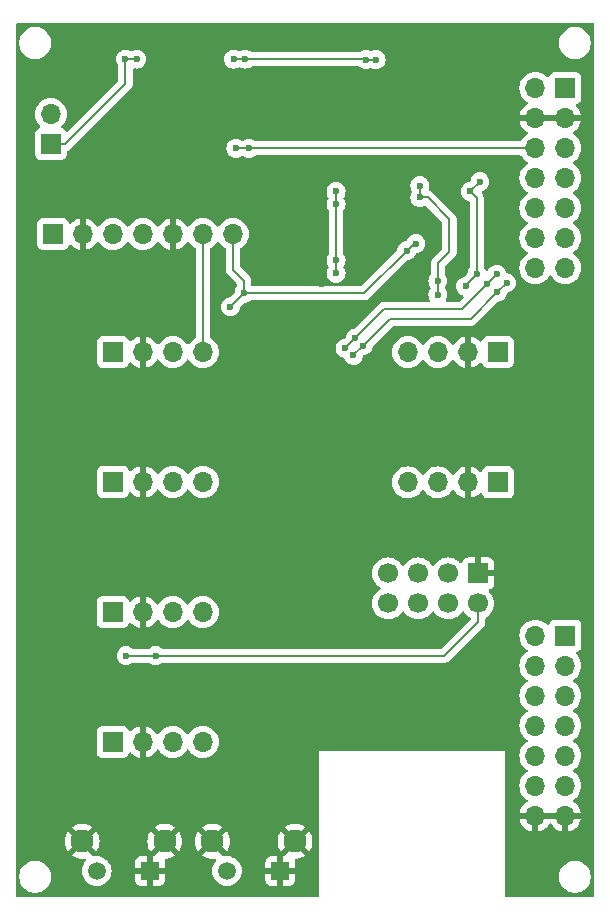
<source format=gbl>
G04 #@! TF.GenerationSoftware,KiCad,Pcbnew,8.0.8*
G04 #@! TF.CreationDate,2025-01-30T21:03:47+01:00*
G04 #@! TF.ProjectId,HAMS_hub,48414d53-5f68-4756-922e-6b696361645f,rev?*
G04 #@! TF.SameCoordinates,Original*
G04 #@! TF.FileFunction,Copper,L2,Bot*
G04 #@! TF.FilePolarity,Positive*
%FSLAX46Y46*%
G04 Gerber Fmt 4.6, Leading zero omitted, Abs format (unit mm)*
G04 Created by KiCad (PCBNEW 8.0.8) date 2025-01-30 21:03:47*
%MOMM*%
%LPD*%
G01*
G04 APERTURE LIST*
G04 #@! TA.AperFunction,ComponentPad*
%ADD10C,1.950000*%
G04 #@! TD*
G04 #@! TA.AperFunction,ComponentPad*
%ADD11C,1.500000*%
G04 #@! TD*
G04 #@! TA.AperFunction,ComponentPad*
%ADD12R,1.500000X1.500000*%
G04 #@! TD*
G04 #@! TA.AperFunction,ComponentPad*
%ADD13R,1.700000X1.700000*%
G04 #@! TD*
G04 #@! TA.AperFunction,ComponentPad*
%ADD14O,1.700000X1.700000*%
G04 #@! TD*
G04 #@! TA.AperFunction,ComponentPad*
%ADD15C,1.700000*%
G04 #@! TD*
G04 #@! TA.AperFunction,ViaPad*
%ADD16C,0.600000*%
G04 #@! TD*
G04 #@! TA.AperFunction,Conductor*
%ADD17C,0.200000*%
G04 #@! TD*
G04 APERTURE END LIST*
D10*
X100600000Y-128500000D03*
X107600000Y-128500000D03*
D11*
X101850000Y-131000000D03*
D12*
X106350000Y-131000000D03*
D13*
X130490000Y-64700000D03*
D14*
X127950000Y-64700000D03*
X130490000Y-67240000D03*
X127950000Y-67240000D03*
X130490000Y-69780000D03*
X127950000Y-69780000D03*
X130490000Y-72320000D03*
X127950000Y-72320000D03*
X130490000Y-74860000D03*
X127950000Y-74860000D03*
X130490000Y-77400000D03*
X127950000Y-77400000D03*
X130490000Y-79940000D03*
X127950000Y-79940000D03*
D10*
X89575000Y-128500000D03*
X96575000Y-128500000D03*
D11*
X90825000Y-131000000D03*
D12*
X95325000Y-131000000D03*
D13*
X124775000Y-87075000D03*
D14*
X122235000Y-87075000D03*
X119695000Y-87075000D03*
X117155000Y-87075000D03*
D13*
X86925000Y-69465000D03*
D14*
X86925000Y-66925000D03*
D13*
X130490000Y-111085000D03*
D14*
X127950000Y-111085000D03*
X130490000Y-113625000D03*
X127950000Y-113625000D03*
X130490000Y-116165000D03*
X127950000Y-116165000D03*
X130490000Y-118705000D03*
X127950000Y-118705000D03*
X130490000Y-121245000D03*
X127950000Y-121245000D03*
X130490000Y-123785000D03*
X127950000Y-123785000D03*
X130490000Y-126325000D03*
X127950000Y-126325000D03*
D13*
X123115000Y-105810000D03*
D15*
X123115000Y-108350000D03*
X120575000Y-105810000D03*
X120575000Y-108350000D03*
X118035000Y-105810000D03*
X118035000Y-108350000D03*
X115495000Y-105810000D03*
X115495000Y-108350000D03*
D13*
X92175000Y-87050000D03*
D14*
X94715000Y-87050000D03*
X97255000Y-87050000D03*
X99795000Y-87050000D03*
D13*
X92170000Y-120075000D03*
D14*
X94710000Y-120075000D03*
X97250000Y-120075000D03*
X99790000Y-120075000D03*
D13*
X124775000Y-98100000D03*
D14*
X122235000Y-98100000D03*
X119695000Y-98100000D03*
X117155000Y-98100000D03*
D13*
X87100000Y-77075000D03*
D14*
X89640000Y-77075000D03*
X92180000Y-77075000D03*
X94720000Y-77075000D03*
X97260000Y-77075000D03*
X99800000Y-77075000D03*
X102340000Y-77075000D03*
D13*
X92170000Y-109080000D03*
D14*
X94710000Y-109080000D03*
X97250000Y-109080000D03*
X99790000Y-109080000D03*
D13*
X92175000Y-98050000D03*
D14*
X94715000Y-98050000D03*
X97255000Y-98050000D03*
X99795000Y-98050000D03*
D16*
X117057500Y-78482500D03*
X118175000Y-72975000D03*
X111075000Y-73475000D03*
X124685000Y-80485000D03*
X125512500Y-81212500D03*
X119695000Y-82200000D03*
X111837500Y-86737500D03*
X112550000Y-87350000D03*
X111075000Y-80400000D03*
X102137500Y-83237500D03*
X95800000Y-112775000D03*
X102600000Y-69825000D03*
X113600000Y-62300000D03*
X102400000Y-62275000D03*
X94200000Y-62275000D03*
X123250000Y-72650000D03*
X122050000Y-81500000D03*
X125800000Y-105775000D03*
X121275000Y-68525000D03*
X117950000Y-81250000D03*
X112700000Y-85875000D03*
X123875000Y-81300000D03*
X103775000Y-101400000D03*
X121275000Y-71400000D03*
X114000000Y-63925000D03*
X89600000Y-74350000D03*
X104700000Y-64000000D03*
X86225000Y-91875000D03*
X121825000Y-75625000D03*
X131375000Y-82900000D03*
X103650000Y-114775000D03*
X122200000Y-92550000D03*
X124830000Y-78090000D03*
X94375000Y-63550000D03*
X94700000Y-99950000D03*
X126125000Y-68100000D03*
X129800000Y-105800000D03*
X92425000Y-81800000D03*
X111025000Y-110275000D03*
X121000000Y-80275000D03*
X122250000Y-89000000D03*
X126125000Y-83700000D03*
X126450000Y-131825000D03*
X101375000Y-66100000D03*
X103775000Y-93575000D03*
X125775000Y-124975000D03*
X95075000Y-60400000D03*
X94725000Y-103600000D03*
X104775000Y-79250000D03*
X109850000Y-81300000D03*
X131700000Y-104575000D03*
X124600000Y-64525000D03*
X114150000Y-90550000D03*
X122500000Y-101425000D03*
X115525000Y-118075000D03*
X108875000Y-66650000D03*
X86325000Y-97875000D03*
X86700000Y-108300000D03*
X97975000Y-82975000D03*
X114625000Y-75225000D03*
X111125000Y-118250000D03*
X86525000Y-128050000D03*
X118430000Y-76300000D03*
X108475000Y-85025000D03*
X111425000Y-83875000D03*
X126250000Y-101325000D03*
X94650000Y-114900000D03*
X95850000Y-79600000D03*
X112600000Y-73100000D03*
X101150000Y-82225000D03*
X131600000Y-108100000D03*
X122200000Y-95075000D03*
X111150000Y-114600000D03*
X106625000Y-60300000D03*
X131200000Y-93275000D03*
X127750000Y-129700000D03*
X86600000Y-86800000D03*
X111875000Y-94875000D03*
X86325000Y-102300000D03*
X86225000Y-113650000D03*
X132425000Y-125050000D03*
X109550000Y-71425000D03*
X107400000Y-81250000D03*
X103900000Y-120150000D03*
X94675000Y-92600000D03*
X111675000Y-60000000D03*
X109325000Y-79550000D03*
X95925000Y-84675000D03*
X94650000Y-94975000D03*
X108875000Y-68525000D03*
X94650000Y-106375000D03*
X119650000Y-101300000D03*
X85200000Y-74300000D03*
X101025000Y-79675000D03*
X111875000Y-101025000D03*
X89375000Y-84025000D03*
X85200000Y-79850000D03*
X118725000Y-71425000D03*
X104800000Y-68175000D03*
X104650000Y-85050000D03*
X98425000Y-79600000D03*
X131500000Y-99850000D03*
X126400000Y-61075000D03*
X102850000Y-60300000D03*
X116300000Y-73100000D03*
X93425000Y-122225000D03*
X90900000Y-60375000D03*
X124600000Y-72925000D03*
X94200000Y-73125000D03*
X99200000Y-60350000D03*
X118825000Y-66800000D03*
X94700000Y-117350000D03*
X118800000Y-68525000D03*
X104950000Y-74525000D03*
X115850000Y-81925000D03*
X100275000Y-123925000D03*
X86500000Y-120325000D03*
X107825000Y-71475000D03*
X97875000Y-64000000D03*
X86500000Y-124825000D03*
X103950000Y-88025000D03*
X125325000Y-70800000D03*
X131250000Y-87025000D03*
X116450000Y-59950000D03*
X128200000Y-92575000D03*
X103525000Y-110275000D03*
X98450000Y-74525000D03*
X94700000Y-88875000D03*
X94625000Y-111075000D03*
X103400000Y-62275000D03*
X93250000Y-62275000D03*
X122425000Y-73475000D03*
X114475000Y-62300000D03*
X123000000Y-80475000D03*
X93300000Y-112775000D03*
X124725000Y-82000000D03*
X113375000Y-86525000D03*
X117825000Y-77885000D03*
X103275000Y-82100000D03*
X103700000Y-69825000D03*
X111075000Y-74575000D03*
X111075000Y-79300000D03*
X119695000Y-81075000D03*
X118175000Y-73975000D03*
D17*
X117655000Y-77885000D02*
X117825000Y-77885000D01*
X113440000Y-82100000D02*
X103275000Y-82100000D01*
X117057500Y-78482500D02*
X113440000Y-82100000D01*
X117057500Y-78482500D02*
X117655000Y-77885000D01*
X118175000Y-72975000D02*
X118175000Y-73975000D01*
X111075000Y-73475000D02*
X111075000Y-74575000D01*
X125512500Y-81212500D02*
X124725000Y-82000000D01*
X124685000Y-80490000D02*
X123875000Y-81300000D01*
X124685000Y-80485000D02*
X124685000Y-80490000D01*
X119695000Y-81075000D02*
X119695000Y-82200000D01*
X112700000Y-85875000D02*
X111837500Y-86737500D01*
X113375000Y-86525000D02*
X112550000Y-87350000D01*
X111075000Y-79300000D02*
X111075000Y-80400000D01*
X103275000Y-82100000D02*
X102137500Y-83237500D01*
X95800000Y-112775000D02*
X120250000Y-112775000D01*
X102600000Y-69825000D02*
X103700000Y-69825000D01*
X113575000Y-62275000D02*
X113600000Y-62300000D01*
X103400000Y-62275000D02*
X113575000Y-62275000D01*
X113600000Y-62300000D02*
X114475000Y-62300000D01*
X102400000Y-62275000D02*
X103400000Y-62275000D01*
X93250000Y-62275000D02*
X94200000Y-62275000D01*
X122050000Y-81425000D02*
X123000000Y-80475000D01*
X122050000Y-81500000D02*
X122050000Y-81425000D01*
X123250000Y-72650000D02*
X122425000Y-73475000D01*
X123115000Y-109910000D02*
X123115000Y-108350000D01*
X120250000Y-112775000D02*
X123115000Y-109910000D01*
X93300000Y-112775000D02*
X95800000Y-112775000D01*
X127905000Y-69825000D02*
X127950000Y-69780000D01*
X103700000Y-69825000D02*
X127905000Y-69825000D01*
X123000000Y-80475000D02*
X123000000Y-74050000D01*
X123000000Y-74050000D02*
X122425000Y-73475000D01*
X119695000Y-79565000D02*
X120675000Y-78585000D01*
X120675000Y-78585000D02*
X120675000Y-75825000D01*
X120675000Y-75825000D02*
X118825000Y-73975000D01*
X119695000Y-81075000D02*
X119695000Y-79565000D01*
X118825000Y-73975000D02*
X118175000Y-73975000D01*
X121750000Y-83425000D02*
X123875000Y-81300000D01*
X115150000Y-83425000D02*
X121750000Y-83425000D01*
X112700000Y-85875000D02*
X115150000Y-83425000D01*
X122475000Y-84250000D02*
X115650000Y-84250000D01*
X124725000Y-82000000D02*
X122475000Y-84250000D01*
X115650000Y-84250000D02*
X113375000Y-86525000D01*
X88160000Y-69465000D02*
X86925000Y-69465000D01*
X93250000Y-62275000D02*
X93250000Y-64375000D01*
X93250000Y-64375000D02*
X88160000Y-69465000D01*
X99800000Y-77325000D02*
X99800000Y-87045000D01*
X99550000Y-77075000D02*
X99800000Y-77325000D01*
X99800000Y-87045000D02*
X99795000Y-87050000D01*
X103275000Y-82100000D02*
X103275000Y-81025000D01*
X103275000Y-81025000D02*
X102340000Y-80090000D01*
X102340000Y-80090000D02*
X102340000Y-77325000D01*
X111075000Y-79300000D02*
X111075000Y-74575000D01*
G04 #@! TA.AperFunction,Conductor*
G36*
X130024075Y-126132007D02*
G01*
X129990000Y-126259174D01*
X129990000Y-126390826D01*
X130024075Y-126517993D01*
X130056988Y-126575000D01*
X128383012Y-126575000D01*
X128415925Y-126517993D01*
X128450000Y-126390826D01*
X128450000Y-126259174D01*
X128415925Y-126132007D01*
X128383012Y-126075000D01*
X130056988Y-126075000D01*
X130024075Y-126132007D01*
G37*
G04 #@! TD.AperFunction*
G04 #@! TA.AperFunction,Conductor*
G36*
X130024075Y-67047007D02*
G01*
X129990000Y-67174174D01*
X129990000Y-67305826D01*
X130024075Y-67432993D01*
X130056988Y-67490000D01*
X128383012Y-67490000D01*
X128415925Y-67432993D01*
X128450000Y-67305826D01*
X128450000Y-67174174D01*
X128415925Y-67047007D01*
X128383012Y-66990000D01*
X130056988Y-66990000D01*
X130024075Y-67047007D01*
G37*
G04 #@! TD.AperFunction*
G04 #@! TA.AperFunction,Conductor*
G36*
X132897539Y-59220185D02*
G01*
X132943294Y-59272989D01*
X132954500Y-59324500D01*
X132954500Y-133075500D01*
X132934815Y-133142539D01*
X132882011Y-133188294D01*
X132830500Y-133199500D01*
X125497829Y-133199500D01*
X125430790Y-133179815D01*
X125385035Y-133127011D01*
X125373829Y-133075742D01*
X125373007Y-132655051D01*
X125370544Y-131393713D01*
X129949500Y-131393713D01*
X129949500Y-131606286D01*
X129981270Y-131806877D01*
X129982754Y-131816243D01*
X130039891Y-131992093D01*
X130048444Y-132018414D01*
X130144951Y-132207820D01*
X130269890Y-132379786D01*
X130420213Y-132530109D01*
X130592179Y-132655048D01*
X130592181Y-132655049D01*
X130592184Y-132655051D01*
X130781588Y-132751557D01*
X130983757Y-132817246D01*
X131193713Y-132850500D01*
X131193714Y-132850500D01*
X131406286Y-132850500D01*
X131406287Y-132850500D01*
X131616243Y-132817246D01*
X131818412Y-132751557D01*
X132007816Y-132655051D01*
X132029789Y-132639086D01*
X132179786Y-132530109D01*
X132179788Y-132530106D01*
X132179792Y-132530104D01*
X132330104Y-132379792D01*
X132330106Y-132379788D01*
X132330109Y-132379786D01*
X132455048Y-132207820D01*
X132455047Y-132207820D01*
X132455051Y-132207816D01*
X132551557Y-132018412D01*
X132617246Y-131816243D01*
X132650500Y-131606287D01*
X132650500Y-131393713D01*
X132617246Y-131183757D01*
X132551557Y-130981588D01*
X132455051Y-130792184D01*
X132455049Y-130792181D01*
X132455048Y-130792179D01*
X132330109Y-130620213D01*
X132179786Y-130469890D01*
X132007820Y-130344951D01*
X131818414Y-130248444D01*
X131818413Y-130248443D01*
X131818412Y-130248443D01*
X131616243Y-130182754D01*
X131616241Y-130182753D01*
X131616240Y-130182753D01*
X131454957Y-130157208D01*
X131406287Y-130149500D01*
X131193713Y-130149500D01*
X131145042Y-130157208D01*
X130983760Y-130182753D01*
X130781585Y-130248444D01*
X130592179Y-130344951D01*
X130420213Y-130469890D01*
X130269890Y-130620213D01*
X130144951Y-130792179D01*
X130048444Y-130981585D01*
X129982753Y-131183760D01*
X129949500Y-131393713D01*
X125370544Y-131393713D01*
X125350000Y-120875000D01*
X109650000Y-120875000D01*
X109673828Y-133075258D01*
X109654274Y-133142336D01*
X109601560Y-133188194D01*
X109549828Y-133199500D01*
X84079500Y-133199500D01*
X84012461Y-133179815D01*
X83966706Y-133127011D01*
X83955500Y-133075500D01*
X83955500Y-131393713D01*
X84249500Y-131393713D01*
X84249500Y-131606286D01*
X84281270Y-131806877D01*
X84282754Y-131816243D01*
X84339891Y-131992093D01*
X84348444Y-132018414D01*
X84444951Y-132207820D01*
X84569890Y-132379786D01*
X84720213Y-132530109D01*
X84892179Y-132655048D01*
X84892181Y-132655049D01*
X84892184Y-132655051D01*
X85081588Y-132751557D01*
X85283757Y-132817246D01*
X85493713Y-132850500D01*
X85493714Y-132850500D01*
X85706286Y-132850500D01*
X85706287Y-132850500D01*
X85916243Y-132817246D01*
X86118412Y-132751557D01*
X86307816Y-132655051D01*
X86329789Y-132639086D01*
X86479786Y-132530109D01*
X86479788Y-132530106D01*
X86479792Y-132530104D01*
X86630104Y-132379792D01*
X86630106Y-132379788D01*
X86630109Y-132379786D01*
X86755048Y-132207820D01*
X86755047Y-132207820D01*
X86755051Y-132207816D01*
X86851557Y-132018412D01*
X86917246Y-131816243D01*
X86950500Y-131606287D01*
X86950500Y-131393713D01*
X86917246Y-131183757D01*
X86851557Y-130981588D01*
X86755051Y-130792184D01*
X86755049Y-130792181D01*
X86755048Y-130792179D01*
X86630109Y-130620213D01*
X86479786Y-130469890D01*
X86307820Y-130344951D01*
X86118414Y-130248444D01*
X86118413Y-130248443D01*
X86118412Y-130248443D01*
X85916243Y-130182754D01*
X85916241Y-130182753D01*
X85916240Y-130182753D01*
X85754957Y-130157208D01*
X85706287Y-130149500D01*
X85493713Y-130149500D01*
X85445042Y-130157208D01*
X85283760Y-130182753D01*
X85081585Y-130248444D01*
X84892179Y-130344951D01*
X84720213Y-130469890D01*
X84569890Y-130620213D01*
X84444951Y-130792179D01*
X84348444Y-130981585D01*
X84282753Y-131183760D01*
X84249500Y-131393713D01*
X83955500Y-131393713D01*
X83955500Y-128499994D01*
X88094945Y-128499994D01*
X88094945Y-128500005D01*
X88115130Y-128743605D01*
X88175138Y-128980573D01*
X88273328Y-129204424D01*
X88369626Y-129351820D01*
X88973958Y-128747488D01*
X88998978Y-128807890D01*
X89070112Y-128914351D01*
X89160649Y-129004888D01*
X89267110Y-129076022D01*
X89327510Y-129101041D01*
X88722757Y-129705793D01*
X88722758Y-129705794D01*
X88765485Y-129739050D01*
X88765485Y-129739051D01*
X88980468Y-129855394D01*
X88980476Y-129855397D01*
X89211664Y-129934765D01*
X89452779Y-129975000D01*
X89697221Y-129975000D01*
X89776706Y-129961736D01*
X89846071Y-129970118D01*
X89899893Y-130014670D01*
X89921084Y-130081249D01*
X89902917Y-130148715D01*
X89884799Y-130171725D01*
X89863401Y-130193123D01*
X89737900Y-130372357D01*
X89737898Y-130372361D01*
X89645426Y-130570668D01*
X89645422Y-130570677D01*
X89588793Y-130782020D01*
X89588793Y-130782023D01*
X89569723Y-131000000D01*
X89585799Y-131183760D01*
X89588793Y-131217975D01*
X89588793Y-131217979D01*
X89645422Y-131429322D01*
X89645424Y-131429326D01*
X89645425Y-131429330D01*
X89662490Y-131465925D01*
X89737897Y-131627638D01*
X89737898Y-131627639D01*
X89863402Y-131806877D01*
X90018123Y-131961598D01*
X90197361Y-132087102D01*
X90395670Y-132179575D01*
X90607023Y-132236207D01*
X90789926Y-132252208D01*
X90824998Y-132255277D01*
X90825000Y-132255277D01*
X90825002Y-132255277D01*
X90853254Y-132252805D01*
X91042977Y-132236207D01*
X91254330Y-132179575D01*
X91452639Y-132087102D01*
X91631877Y-131961598D01*
X91786598Y-131806877D01*
X91912102Y-131627639D01*
X92004575Y-131429330D01*
X92061207Y-131217977D01*
X92080277Y-131000000D01*
X92061207Y-130782023D01*
X92017849Y-130620208D01*
X92004577Y-130570677D01*
X92004576Y-130570676D01*
X92004575Y-130570670D01*
X91912102Y-130372362D01*
X91912100Y-130372359D01*
X91912099Y-130372357D01*
X91792923Y-130202155D01*
X94075000Y-130202155D01*
X94075000Y-130750000D01*
X94891988Y-130750000D01*
X94859075Y-130807007D01*
X94825000Y-130934174D01*
X94825000Y-131065826D01*
X94859075Y-131192993D01*
X94891988Y-131250000D01*
X94075000Y-131250000D01*
X94075000Y-131797844D01*
X94081401Y-131857372D01*
X94081403Y-131857379D01*
X94131645Y-131992086D01*
X94131649Y-131992093D01*
X94217809Y-132107187D01*
X94217812Y-132107190D01*
X94332906Y-132193350D01*
X94332913Y-132193354D01*
X94467620Y-132243596D01*
X94467627Y-132243598D01*
X94527155Y-132249999D01*
X94527172Y-132250000D01*
X95075000Y-132250000D01*
X95075000Y-131433012D01*
X95132007Y-131465925D01*
X95259174Y-131500000D01*
X95390826Y-131500000D01*
X95517993Y-131465925D01*
X95575000Y-131433012D01*
X95575000Y-132250000D01*
X96122828Y-132250000D01*
X96122844Y-132249999D01*
X96182372Y-132243598D01*
X96182379Y-132243596D01*
X96317086Y-132193354D01*
X96317093Y-132193350D01*
X96432187Y-132107190D01*
X96432190Y-132107187D01*
X96518350Y-131992093D01*
X96518354Y-131992086D01*
X96568596Y-131857379D01*
X96568598Y-131857372D01*
X96574999Y-131797844D01*
X96575000Y-131797827D01*
X96575000Y-131250000D01*
X95758012Y-131250000D01*
X95790925Y-131192993D01*
X95825000Y-131065826D01*
X95825000Y-130934174D01*
X95790925Y-130807007D01*
X95758012Y-130750000D01*
X96575000Y-130750000D01*
X96575000Y-130202172D01*
X96574999Y-130202155D01*
X96568598Y-130142627D01*
X96568597Y-130142621D01*
X96568488Y-130142329D01*
X96568470Y-130142086D01*
X96566813Y-130135070D01*
X96567949Y-130134801D01*
X96563507Y-130072637D01*
X96596994Y-130011315D01*
X96658319Y-129977833D01*
X96684672Y-129975000D01*
X96697221Y-129975000D01*
X96938335Y-129934765D01*
X97169523Y-129855397D01*
X97169531Y-129855394D01*
X97384515Y-129739050D01*
X97384516Y-129739048D01*
X97427240Y-129705794D01*
X97427241Y-129705793D01*
X96822488Y-129101041D01*
X96882890Y-129076022D01*
X96989351Y-129004888D01*
X97079888Y-128914351D01*
X97151022Y-128807890D01*
X97176041Y-128747489D01*
X97780372Y-129351820D01*
X97876669Y-129204429D01*
X97974861Y-128980573D01*
X98034869Y-128743605D01*
X98055055Y-128500005D01*
X98055055Y-128499994D01*
X99119945Y-128499994D01*
X99119945Y-128500005D01*
X99140130Y-128743605D01*
X99200138Y-128980573D01*
X99298328Y-129204424D01*
X99394626Y-129351820D01*
X99998958Y-128747488D01*
X100023978Y-128807890D01*
X100095112Y-128914351D01*
X100185649Y-129004888D01*
X100292110Y-129076022D01*
X100352510Y-129101041D01*
X99747757Y-129705793D01*
X99747758Y-129705794D01*
X99790485Y-129739050D01*
X99790485Y-129739051D01*
X100005468Y-129855394D01*
X100005476Y-129855397D01*
X100236664Y-129934765D01*
X100477779Y-129975000D01*
X100722221Y-129975000D01*
X100801706Y-129961736D01*
X100871071Y-129970118D01*
X100924893Y-130014670D01*
X100946084Y-130081249D01*
X100927917Y-130148715D01*
X100909799Y-130171725D01*
X100888401Y-130193123D01*
X100762900Y-130372357D01*
X100762898Y-130372361D01*
X100670426Y-130570668D01*
X100670422Y-130570677D01*
X100613793Y-130782020D01*
X100613793Y-130782023D01*
X100594723Y-131000000D01*
X100610799Y-131183760D01*
X100613793Y-131217975D01*
X100613793Y-131217979D01*
X100670422Y-131429322D01*
X100670424Y-131429326D01*
X100670425Y-131429330D01*
X100687490Y-131465925D01*
X100762897Y-131627638D01*
X100762898Y-131627639D01*
X100888402Y-131806877D01*
X101043123Y-131961598D01*
X101222361Y-132087102D01*
X101420670Y-132179575D01*
X101632023Y-132236207D01*
X101814926Y-132252208D01*
X101849998Y-132255277D01*
X101850000Y-132255277D01*
X101850002Y-132255277D01*
X101878254Y-132252805D01*
X102067977Y-132236207D01*
X102279330Y-132179575D01*
X102477639Y-132087102D01*
X102656877Y-131961598D01*
X102811598Y-131806877D01*
X102937102Y-131627639D01*
X103029575Y-131429330D01*
X103086207Y-131217977D01*
X103105277Y-131000000D01*
X103086207Y-130782023D01*
X103042849Y-130620208D01*
X103029577Y-130570677D01*
X103029576Y-130570676D01*
X103029575Y-130570670D01*
X102937102Y-130372362D01*
X102937100Y-130372359D01*
X102937099Y-130372357D01*
X102817923Y-130202155D01*
X105100000Y-130202155D01*
X105100000Y-130750000D01*
X105916988Y-130750000D01*
X105884075Y-130807007D01*
X105850000Y-130934174D01*
X105850000Y-131065826D01*
X105884075Y-131192993D01*
X105916988Y-131250000D01*
X105100000Y-131250000D01*
X105100000Y-131797844D01*
X105106401Y-131857372D01*
X105106403Y-131857379D01*
X105156645Y-131992086D01*
X105156649Y-131992093D01*
X105242809Y-132107187D01*
X105242812Y-132107190D01*
X105357906Y-132193350D01*
X105357913Y-132193354D01*
X105492620Y-132243596D01*
X105492627Y-132243598D01*
X105552155Y-132249999D01*
X105552172Y-132250000D01*
X106100000Y-132250000D01*
X106100000Y-131433012D01*
X106157007Y-131465925D01*
X106284174Y-131500000D01*
X106415826Y-131500000D01*
X106542993Y-131465925D01*
X106600000Y-131433012D01*
X106600000Y-132250000D01*
X107147828Y-132250000D01*
X107147844Y-132249999D01*
X107207372Y-132243598D01*
X107207379Y-132243596D01*
X107342086Y-132193354D01*
X107342093Y-132193350D01*
X107457187Y-132107190D01*
X107457190Y-132107187D01*
X107543350Y-131992093D01*
X107543354Y-131992086D01*
X107593596Y-131857379D01*
X107593598Y-131857372D01*
X107599999Y-131797844D01*
X107600000Y-131797827D01*
X107600000Y-131250000D01*
X106783012Y-131250000D01*
X106815925Y-131192993D01*
X106850000Y-131065826D01*
X106850000Y-130934174D01*
X106815925Y-130807007D01*
X106783012Y-130750000D01*
X107600000Y-130750000D01*
X107600000Y-130202172D01*
X107599999Y-130202155D01*
X107593598Y-130142627D01*
X107593597Y-130142621D01*
X107593488Y-130142329D01*
X107593470Y-130142086D01*
X107591813Y-130135070D01*
X107592949Y-130134801D01*
X107588507Y-130072637D01*
X107621994Y-130011315D01*
X107683319Y-129977833D01*
X107709672Y-129975000D01*
X107722221Y-129975000D01*
X107963335Y-129934765D01*
X108194523Y-129855397D01*
X108194531Y-129855394D01*
X108409515Y-129739050D01*
X108409516Y-129739048D01*
X108452240Y-129705794D01*
X108452241Y-129705793D01*
X107847488Y-129101041D01*
X107907890Y-129076022D01*
X108014351Y-129004888D01*
X108104888Y-128914351D01*
X108176022Y-128807890D01*
X108201041Y-128747489D01*
X108805372Y-129351820D01*
X108901669Y-129204429D01*
X108999861Y-128980573D01*
X109059869Y-128743605D01*
X109080055Y-128500005D01*
X109080055Y-128499994D01*
X109059869Y-128256394D01*
X108999861Y-128019426D01*
X108901671Y-127795575D01*
X108805372Y-127648178D01*
X108201041Y-128252510D01*
X108176022Y-128192110D01*
X108104888Y-128085649D01*
X108014351Y-127995112D01*
X107907890Y-127923978D01*
X107847487Y-127898957D01*
X108452240Y-127294205D01*
X108452240Y-127294204D01*
X108409514Y-127260949D01*
X108409514Y-127260948D01*
X108194531Y-127144605D01*
X108194523Y-127144602D01*
X107963335Y-127065234D01*
X107722221Y-127025000D01*
X107477779Y-127025000D01*
X107236664Y-127065234D01*
X107005476Y-127144602D01*
X107005468Y-127144605D01*
X106790484Y-127260949D01*
X106790478Y-127260953D01*
X106747758Y-127294203D01*
X106747758Y-127294205D01*
X107352511Y-127898958D01*
X107292110Y-127923978D01*
X107185649Y-127995112D01*
X107095112Y-128085649D01*
X107023978Y-128192110D01*
X106998958Y-128252511D01*
X106394626Y-127648178D01*
X106298329Y-127795572D01*
X106200138Y-128019426D01*
X106140130Y-128256394D01*
X106119945Y-128499994D01*
X106119945Y-128500005D01*
X106140130Y-128743605D01*
X106200138Y-128980573D01*
X106298328Y-129204424D01*
X106394626Y-129351820D01*
X106998958Y-128747488D01*
X107023978Y-128807890D01*
X107095112Y-128914351D01*
X107185649Y-129004888D01*
X107292110Y-129076022D01*
X107352510Y-129101041D01*
X106729551Y-129723999D01*
X106668228Y-129757484D01*
X106635425Y-129755138D01*
X106600000Y-129769811D01*
X106600000Y-130566988D01*
X106542993Y-130534075D01*
X106415826Y-130500000D01*
X106284174Y-130500000D01*
X106157007Y-130534075D01*
X106100000Y-130566988D01*
X106100000Y-129750000D01*
X105552155Y-129750000D01*
X105492627Y-129756401D01*
X105492620Y-129756403D01*
X105357913Y-129806645D01*
X105357906Y-129806649D01*
X105242812Y-129892809D01*
X105242809Y-129892812D01*
X105156649Y-130007906D01*
X105156645Y-130007913D01*
X105106403Y-130142620D01*
X105106401Y-130142627D01*
X105100000Y-130202155D01*
X102817923Y-130202155D01*
X102811599Y-130193124D01*
X102753276Y-130134801D01*
X102656877Y-130038402D01*
X102477639Y-129912898D01*
X102477640Y-129912898D01*
X102477638Y-129912897D01*
X102378484Y-129866661D01*
X102279330Y-129820425D01*
X102279326Y-129820424D01*
X102279322Y-129820422D01*
X102067977Y-129763793D01*
X101850002Y-129744723D01*
X101849998Y-129744723D01*
X101716516Y-129756401D01*
X101632023Y-129763793D01*
X101619648Y-129767108D01*
X101605125Y-129771000D01*
X101535275Y-129769335D01*
X101485353Y-129738905D01*
X100847488Y-129101041D01*
X100907890Y-129076022D01*
X101014351Y-129004888D01*
X101104888Y-128914351D01*
X101176022Y-128807890D01*
X101201041Y-128747488D01*
X101805372Y-129351820D01*
X101901669Y-129204429D01*
X101999861Y-128980573D01*
X102059869Y-128743605D01*
X102080055Y-128500005D01*
X102080055Y-128499994D01*
X102059869Y-128256394D01*
X101999861Y-128019426D01*
X101901671Y-127795575D01*
X101805372Y-127648178D01*
X101201041Y-128252510D01*
X101176022Y-128192110D01*
X101104888Y-128085649D01*
X101014351Y-127995112D01*
X100907890Y-127923978D01*
X100847487Y-127898957D01*
X101452240Y-127294205D01*
X101452240Y-127294204D01*
X101409514Y-127260949D01*
X101409514Y-127260948D01*
X101194531Y-127144605D01*
X101194523Y-127144602D01*
X100963335Y-127065234D01*
X100722221Y-127025000D01*
X100477779Y-127025000D01*
X100236664Y-127065234D01*
X100005476Y-127144602D01*
X100005468Y-127144605D01*
X99790484Y-127260949D01*
X99790478Y-127260953D01*
X99747758Y-127294203D01*
X99747758Y-127294205D01*
X100352511Y-127898958D01*
X100292110Y-127923978D01*
X100185649Y-127995112D01*
X100095112Y-128085649D01*
X100023978Y-128192110D01*
X99998958Y-128252511D01*
X99394626Y-127648178D01*
X99298329Y-127795572D01*
X99200138Y-128019426D01*
X99140130Y-128256394D01*
X99119945Y-128499994D01*
X98055055Y-128499994D01*
X98034869Y-128256394D01*
X97974861Y-128019426D01*
X97876671Y-127795575D01*
X97780372Y-127648178D01*
X97176041Y-128252510D01*
X97151022Y-128192110D01*
X97079888Y-128085649D01*
X96989351Y-127995112D01*
X96882890Y-127923978D01*
X96822487Y-127898957D01*
X97427240Y-127294205D01*
X97427240Y-127294204D01*
X97384514Y-127260949D01*
X97384514Y-127260948D01*
X97169531Y-127144605D01*
X97169523Y-127144602D01*
X96938335Y-127065234D01*
X96697221Y-127025000D01*
X96452779Y-127025000D01*
X96211664Y-127065234D01*
X95980476Y-127144602D01*
X95980468Y-127144605D01*
X95765484Y-127260949D01*
X95765478Y-127260953D01*
X95722758Y-127294203D01*
X95722758Y-127294205D01*
X96327511Y-127898958D01*
X96267110Y-127923978D01*
X96160649Y-127995112D01*
X96070112Y-128085649D01*
X95998978Y-128192110D01*
X95973958Y-128252511D01*
X95369626Y-127648178D01*
X95273329Y-127795572D01*
X95175138Y-128019426D01*
X95115130Y-128256394D01*
X95094945Y-128499994D01*
X95094945Y-128500005D01*
X95115130Y-128743605D01*
X95175138Y-128980573D01*
X95273328Y-129204424D01*
X95369626Y-129351820D01*
X95973958Y-128747488D01*
X95998978Y-128807890D01*
X96070112Y-128914351D01*
X96160649Y-129004888D01*
X96267110Y-129076022D01*
X96327510Y-129101041D01*
X95704551Y-129723999D01*
X95643228Y-129757484D01*
X95610425Y-129755138D01*
X95575000Y-129769811D01*
X95575000Y-130566988D01*
X95517993Y-130534075D01*
X95390826Y-130500000D01*
X95259174Y-130500000D01*
X95132007Y-130534075D01*
X95075000Y-130566988D01*
X95075000Y-129750000D01*
X94527155Y-129750000D01*
X94467627Y-129756401D01*
X94467620Y-129756403D01*
X94332913Y-129806645D01*
X94332906Y-129806649D01*
X94217812Y-129892809D01*
X94217809Y-129892812D01*
X94131649Y-130007906D01*
X94131645Y-130007913D01*
X94081403Y-130142620D01*
X94081401Y-130142627D01*
X94075000Y-130202155D01*
X91792923Y-130202155D01*
X91786599Y-130193124D01*
X91728276Y-130134801D01*
X91631877Y-130038402D01*
X91452639Y-129912898D01*
X91452640Y-129912898D01*
X91452638Y-129912897D01*
X91353484Y-129866661D01*
X91254330Y-129820425D01*
X91254326Y-129820424D01*
X91254322Y-129820422D01*
X91042977Y-129763793D01*
X90825002Y-129744723D01*
X90824998Y-129744723D01*
X90691516Y-129756401D01*
X90607023Y-129763793D01*
X90594648Y-129767108D01*
X90580125Y-129771000D01*
X90510275Y-129769335D01*
X90460353Y-129738905D01*
X89822488Y-129101041D01*
X89882890Y-129076022D01*
X89989351Y-129004888D01*
X90079888Y-128914351D01*
X90151022Y-128807890D01*
X90176041Y-128747488D01*
X90780372Y-129351820D01*
X90876669Y-129204429D01*
X90974861Y-128980573D01*
X91034869Y-128743605D01*
X91055055Y-128500005D01*
X91055055Y-128499994D01*
X91034869Y-128256394D01*
X90974861Y-128019426D01*
X90876671Y-127795575D01*
X90780372Y-127648178D01*
X90176041Y-128252510D01*
X90151022Y-128192110D01*
X90079888Y-128085649D01*
X89989351Y-127995112D01*
X89882890Y-127923978D01*
X89822487Y-127898957D01*
X90427240Y-127294205D01*
X90427240Y-127294204D01*
X90384514Y-127260949D01*
X90384514Y-127260948D01*
X90169531Y-127144605D01*
X90169523Y-127144602D01*
X89938335Y-127065234D01*
X89697221Y-127025000D01*
X89452779Y-127025000D01*
X89211664Y-127065234D01*
X88980476Y-127144602D01*
X88980468Y-127144605D01*
X88765484Y-127260949D01*
X88765478Y-127260953D01*
X88722758Y-127294203D01*
X88722758Y-127294205D01*
X89327511Y-127898958D01*
X89267110Y-127923978D01*
X89160649Y-127995112D01*
X89070112Y-128085649D01*
X88998978Y-128192110D01*
X88973958Y-128252511D01*
X88369626Y-127648178D01*
X88273329Y-127795572D01*
X88175138Y-128019426D01*
X88115130Y-128256394D01*
X88094945Y-128499994D01*
X83955500Y-128499994D01*
X83955500Y-119177135D01*
X90819500Y-119177135D01*
X90819500Y-120972870D01*
X90819501Y-120972876D01*
X90825908Y-121032483D01*
X90876202Y-121167328D01*
X90876206Y-121167335D01*
X90962452Y-121282544D01*
X90962455Y-121282547D01*
X91077664Y-121368793D01*
X91077671Y-121368797D01*
X91212517Y-121419091D01*
X91212516Y-121419091D01*
X91219444Y-121419835D01*
X91272127Y-121425500D01*
X93067872Y-121425499D01*
X93127483Y-121419091D01*
X93262331Y-121368796D01*
X93377546Y-121282546D01*
X93463796Y-121167331D01*
X93513002Y-121035401D01*
X93554872Y-120979468D01*
X93620337Y-120955050D01*
X93688610Y-120969901D01*
X93716865Y-120991053D01*
X93838917Y-121113105D01*
X94032421Y-121248600D01*
X94246507Y-121348429D01*
X94246516Y-121348433D01*
X94460000Y-121405634D01*
X94460000Y-120508012D01*
X94517007Y-120540925D01*
X94644174Y-120575000D01*
X94775826Y-120575000D01*
X94902993Y-120540925D01*
X94960000Y-120508012D01*
X94960000Y-121405633D01*
X95173483Y-121348433D01*
X95173492Y-121348429D01*
X95387578Y-121248600D01*
X95581082Y-121113105D01*
X95748105Y-120946082D01*
X95878119Y-120760405D01*
X95932696Y-120716781D01*
X96002195Y-120709588D01*
X96064549Y-120741110D01*
X96081269Y-120760405D01*
X96211505Y-120946401D01*
X96378599Y-121113495D01*
X96475384Y-121181265D01*
X96572165Y-121249032D01*
X96572167Y-121249033D01*
X96572170Y-121249035D01*
X96786337Y-121348903D01*
X97014592Y-121410063D01*
X97191034Y-121425500D01*
X97249999Y-121430659D01*
X97250000Y-121430659D01*
X97250001Y-121430659D01*
X97308966Y-121425500D01*
X97485408Y-121410063D01*
X97713663Y-121348903D01*
X97927830Y-121249035D01*
X98121401Y-121113495D01*
X98288495Y-120946401D01*
X98418425Y-120760842D01*
X98473002Y-120717217D01*
X98542500Y-120710023D01*
X98604855Y-120741546D01*
X98621575Y-120760842D01*
X98751500Y-120946395D01*
X98751505Y-120946401D01*
X98918599Y-121113495D01*
X99015384Y-121181265D01*
X99112165Y-121249032D01*
X99112167Y-121249033D01*
X99112170Y-121249035D01*
X99326337Y-121348903D01*
X99554592Y-121410063D01*
X99731034Y-121425500D01*
X99789999Y-121430659D01*
X99790000Y-121430659D01*
X99790001Y-121430659D01*
X99848966Y-121425500D01*
X100025408Y-121410063D01*
X100253663Y-121348903D01*
X100467830Y-121249035D01*
X100661401Y-121113495D01*
X100828495Y-120946401D01*
X100964035Y-120752830D01*
X101063903Y-120538663D01*
X101125063Y-120310408D01*
X101145659Y-120075000D01*
X101125063Y-119839592D01*
X101063903Y-119611337D01*
X100964035Y-119397171D01*
X100959604Y-119390842D01*
X100828494Y-119203597D01*
X100661402Y-119036506D01*
X100661395Y-119036501D01*
X100467834Y-118900967D01*
X100467830Y-118900965D01*
X100467828Y-118900964D01*
X100253663Y-118801097D01*
X100253659Y-118801096D01*
X100253655Y-118801094D01*
X100025413Y-118739938D01*
X100025403Y-118739936D01*
X99790001Y-118719341D01*
X99789999Y-118719341D01*
X99554596Y-118739936D01*
X99554586Y-118739938D01*
X99326344Y-118801094D01*
X99326335Y-118801098D01*
X99112171Y-118900964D01*
X99112169Y-118900965D01*
X98918597Y-119036505D01*
X98751505Y-119203597D01*
X98621575Y-119389158D01*
X98566998Y-119432783D01*
X98497500Y-119439977D01*
X98435145Y-119408454D01*
X98418425Y-119389158D01*
X98288494Y-119203597D01*
X98121402Y-119036506D01*
X98121395Y-119036501D01*
X97927834Y-118900967D01*
X97927830Y-118900965D01*
X97927828Y-118900964D01*
X97713663Y-118801097D01*
X97713659Y-118801096D01*
X97713655Y-118801094D01*
X97485413Y-118739938D01*
X97485403Y-118739936D01*
X97250001Y-118719341D01*
X97249999Y-118719341D01*
X97014596Y-118739936D01*
X97014586Y-118739938D01*
X96786344Y-118801094D01*
X96786335Y-118801098D01*
X96572171Y-118900964D01*
X96572169Y-118900965D01*
X96378597Y-119036505D01*
X96211508Y-119203594D01*
X96081269Y-119389595D01*
X96026692Y-119433219D01*
X95957193Y-119440412D01*
X95894839Y-119408890D01*
X95878119Y-119389594D01*
X95748113Y-119203926D01*
X95748108Y-119203920D01*
X95581082Y-119036894D01*
X95387578Y-118901399D01*
X95173492Y-118801570D01*
X95173486Y-118801567D01*
X94960000Y-118744364D01*
X94960000Y-119641988D01*
X94902993Y-119609075D01*
X94775826Y-119575000D01*
X94644174Y-119575000D01*
X94517007Y-119609075D01*
X94460000Y-119641988D01*
X94460000Y-118744364D01*
X94459999Y-118744364D01*
X94246513Y-118801567D01*
X94246507Y-118801570D01*
X94032422Y-118901399D01*
X94032420Y-118901400D01*
X93838926Y-119036886D01*
X93716865Y-119158947D01*
X93655542Y-119192431D01*
X93585850Y-119187447D01*
X93529917Y-119145575D01*
X93513002Y-119114598D01*
X93463797Y-118982671D01*
X93463793Y-118982664D01*
X93377547Y-118867455D01*
X93377544Y-118867452D01*
X93262335Y-118781206D01*
X93262328Y-118781202D01*
X93127482Y-118730908D01*
X93127483Y-118730908D01*
X93067883Y-118724501D01*
X93067881Y-118724500D01*
X93067873Y-118724500D01*
X93067864Y-118724500D01*
X91272129Y-118724500D01*
X91272123Y-118724501D01*
X91212516Y-118730908D01*
X91077671Y-118781202D01*
X91077664Y-118781206D01*
X90962455Y-118867452D01*
X90962452Y-118867455D01*
X90876206Y-118982664D01*
X90876202Y-118982671D01*
X90825908Y-119117517D01*
X90819501Y-119177116D01*
X90819500Y-119177135D01*
X83955500Y-119177135D01*
X83955500Y-112774996D01*
X92494435Y-112774996D01*
X92494435Y-112775003D01*
X92514630Y-112954249D01*
X92514631Y-112954254D01*
X92574211Y-113124523D01*
X92670184Y-113277262D01*
X92797738Y-113404816D01*
X92950478Y-113500789D01*
X93120745Y-113560368D01*
X93120750Y-113560369D01*
X93299996Y-113580565D01*
X93300000Y-113580565D01*
X93300004Y-113580565D01*
X93479249Y-113560369D01*
X93479252Y-113560368D01*
X93479255Y-113560368D01*
X93649522Y-113500789D01*
X93802262Y-113404816D01*
X93802267Y-113404810D01*
X93805097Y-113402555D01*
X93807275Y-113401665D01*
X93808158Y-113401111D01*
X93808255Y-113401265D01*
X93869783Y-113376145D01*
X93882412Y-113375500D01*
X95217588Y-113375500D01*
X95284627Y-113395185D01*
X95294903Y-113402555D01*
X95297736Y-113404814D01*
X95297738Y-113404816D01*
X95450478Y-113500789D01*
X95620745Y-113560368D01*
X95620750Y-113560369D01*
X95799996Y-113580565D01*
X95800000Y-113580565D01*
X95800004Y-113580565D01*
X95979249Y-113560369D01*
X95979252Y-113560368D01*
X95979255Y-113560368D01*
X96149522Y-113500789D01*
X96302262Y-113404816D01*
X96302267Y-113404810D01*
X96305097Y-113402555D01*
X96307275Y-113401665D01*
X96308158Y-113401111D01*
X96308255Y-113401265D01*
X96369783Y-113376145D01*
X96382412Y-113375500D01*
X120163331Y-113375500D01*
X120163347Y-113375501D01*
X120170943Y-113375501D01*
X120329054Y-113375501D01*
X120329057Y-113375501D01*
X120481785Y-113334577D01*
X120531904Y-113305639D01*
X120618716Y-113255520D01*
X120730520Y-113143716D01*
X120730520Y-113143714D01*
X120740728Y-113133507D01*
X120740730Y-113133504D01*
X122789235Y-111084999D01*
X126594341Y-111084999D01*
X126594341Y-111085000D01*
X126614936Y-111320403D01*
X126614938Y-111320413D01*
X126676094Y-111548655D01*
X126676096Y-111548659D01*
X126676097Y-111548663D01*
X126760499Y-111729663D01*
X126775965Y-111762830D01*
X126775967Y-111762834D01*
X126911501Y-111956395D01*
X126911506Y-111956402D01*
X127078597Y-112123493D01*
X127078603Y-112123498D01*
X127264158Y-112253425D01*
X127307783Y-112308002D01*
X127314977Y-112377500D01*
X127283454Y-112439855D01*
X127264158Y-112456575D01*
X127078597Y-112586505D01*
X126911505Y-112753597D01*
X126775965Y-112947169D01*
X126775964Y-112947171D01*
X126676098Y-113161335D01*
X126676094Y-113161344D01*
X126614938Y-113389586D01*
X126614936Y-113389596D01*
X126594341Y-113624999D01*
X126594341Y-113625000D01*
X126614936Y-113860403D01*
X126614938Y-113860413D01*
X126676094Y-114088655D01*
X126676096Y-114088659D01*
X126676097Y-114088663D01*
X126680000Y-114097032D01*
X126775965Y-114302830D01*
X126775967Y-114302834D01*
X126884281Y-114457521D01*
X126911501Y-114496396D01*
X126911506Y-114496402D01*
X127078597Y-114663493D01*
X127078603Y-114663498D01*
X127264158Y-114793425D01*
X127307783Y-114848002D01*
X127314977Y-114917500D01*
X127283454Y-114979855D01*
X127264158Y-114996575D01*
X127078597Y-115126505D01*
X126911505Y-115293597D01*
X126775965Y-115487169D01*
X126775964Y-115487171D01*
X126676098Y-115701335D01*
X126676094Y-115701344D01*
X126614938Y-115929586D01*
X126614936Y-115929596D01*
X126594341Y-116164999D01*
X126594341Y-116165000D01*
X126614936Y-116400403D01*
X126614938Y-116400413D01*
X126676094Y-116628655D01*
X126676096Y-116628659D01*
X126676097Y-116628663D01*
X126680000Y-116637032D01*
X126775965Y-116842830D01*
X126775967Y-116842834D01*
X126884281Y-116997521D01*
X126911501Y-117036396D01*
X126911506Y-117036402D01*
X127078597Y-117203493D01*
X127078603Y-117203498D01*
X127264158Y-117333425D01*
X127307783Y-117388002D01*
X127314977Y-117457500D01*
X127283454Y-117519855D01*
X127264158Y-117536575D01*
X127078597Y-117666505D01*
X126911505Y-117833597D01*
X126775965Y-118027169D01*
X126775964Y-118027171D01*
X126676098Y-118241335D01*
X126676094Y-118241344D01*
X126614938Y-118469586D01*
X126614936Y-118469596D01*
X126594341Y-118704999D01*
X126594341Y-118705000D01*
X126614936Y-118940403D01*
X126614938Y-118940413D01*
X126676094Y-119168655D01*
X126676096Y-119168659D01*
X126676097Y-119168663D01*
X126756004Y-119340023D01*
X126775965Y-119382830D01*
X126775967Y-119382834D01*
X126816284Y-119440412D01*
X126911501Y-119576396D01*
X126911506Y-119576402D01*
X127078597Y-119743493D01*
X127078603Y-119743498D01*
X127264158Y-119873425D01*
X127307783Y-119928002D01*
X127314977Y-119997500D01*
X127283454Y-120059855D01*
X127264158Y-120076575D01*
X127078597Y-120206505D01*
X126911505Y-120373597D01*
X126775965Y-120567169D01*
X126775964Y-120567171D01*
X126676098Y-120781335D01*
X126676094Y-120781344D01*
X126614938Y-121009586D01*
X126614936Y-121009596D01*
X126594341Y-121244999D01*
X126594341Y-121245000D01*
X126614936Y-121480403D01*
X126614938Y-121480413D01*
X126676094Y-121708655D01*
X126676096Y-121708659D01*
X126676097Y-121708663D01*
X126680000Y-121717032D01*
X126775965Y-121922830D01*
X126775967Y-121922834D01*
X126884281Y-122077521D01*
X126911501Y-122116396D01*
X126911506Y-122116402D01*
X127078597Y-122283493D01*
X127078603Y-122283498D01*
X127264158Y-122413425D01*
X127307783Y-122468002D01*
X127314977Y-122537500D01*
X127283454Y-122599855D01*
X127264158Y-122616575D01*
X127078597Y-122746505D01*
X126911505Y-122913597D01*
X126775965Y-123107169D01*
X126775964Y-123107171D01*
X126676098Y-123321335D01*
X126676094Y-123321344D01*
X126614938Y-123549586D01*
X126614936Y-123549596D01*
X126594341Y-123784999D01*
X126594341Y-123785000D01*
X126614936Y-124020403D01*
X126614938Y-124020413D01*
X126676094Y-124248655D01*
X126676096Y-124248659D01*
X126676097Y-124248663D01*
X126680000Y-124257032D01*
X126775965Y-124462830D01*
X126775967Y-124462834D01*
X126884281Y-124617521D01*
X126911501Y-124656396D01*
X126911506Y-124656402D01*
X127078597Y-124823493D01*
X127078603Y-124823498D01*
X127264594Y-124953730D01*
X127308219Y-125008307D01*
X127315413Y-125077805D01*
X127283890Y-125140160D01*
X127264595Y-125156880D01*
X127078922Y-125286890D01*
X127078920Y-125286891D01*
X126911891Y-125453920D01*
X126911886Y-125453926D01*
X126776400Y-125647420D01*
X126776399Y-125647422D01*
X126676570Y-125861507D01*
X126676567Y-125861513D01*
X126619364Y-126074999D01*
X126619364Y-126075000D01*
X127516988Y-126075000D01*
X127484075Y-126132007D01*
X127450000Y-126259174D01*
X127450000Y-126390826D01*
X127484075Y-126517993D01*
X127516988Y-126575000D01*
X126619364Y-126575000D01*
X126676567Y-126788486D01*
X126676570Y-126788492D01*
X126776399Y-127002578D01*
X126911894Y-127196082D01*
X127078917Y-127363105D01*
X127272421Y-127498600D01*
X127486507Y-127598429D01*
X127486516Y-127598433D01*
X127700000Y-127655634D01*
X127700000Y-126758012D01*
X127757007Y-126790925D01*
X127884174Y-126825000D01*
X128015826Y-126825000D01*
X128142993Y-126790925D01*
X128200000Y-126758012D01*
X128200000Y-127655633D01*
X128413483Y-127598433D01*
X128413492Y-127598429D01*
X128627578Y-127498600D01*
X128821082Y-127363105D01*
X128988105Y-127196082D01*
X129118425Y-127009968D01*
X129173002Y-126966344D01*
X129242501Y-126959151D01*
X129304855Y-126990673D01*
X129321575Y-127009968D01*
X129451894Y-127196082D01*
X129618917Y-127363105D01*
X129812421Y-127498600D01*
X130026507Y-127598429D01*
X130026516Y-127598433D01*
X130240000Y-127655634D01*
X130240000Y-126758012D01*
X130297007Y-126790925D01*
X130424174Y-126825000D01*
X130555826Y-126825000D01*
X130682993Y-126790925D01*
X130740000Y-126758012D01*
X130740000Y-127655633D01*
X130953483Y-127598433D01*
X130953492Y-127598429D01*
X131167578Y-127498600D01*
X131361082Y-127363105D01*
X131528105Y-127196082D01*
X131663600Y-127002578D01*
X131763429Y-126788492D01*
X131763432Y-126788486D01*
X131820636Y-126575000D01*
X130923012Y-126575000D01*
X130955925Y-126517993D01*
X130990000Y-126390826D01*
X130990000Y-126259174D01*
X130955925Y-126132007D01*
X130923012Y-126075000D01*
X131820636Y-126075000D01*
X131820635Y-126074999D01*
X131763432Y-125861513D01*
X131763429Y-125861507D01*
X131663600Y-125647422D01*
X131663599Y-125647420D01*
X131528113Y-125453926D01*
X131528108Y-125453920D01*
X131361078Y-125286890D01*
X131175405Y-125156879D01*
X131131780Y-125102302D01*
X131124588Y-125032804D01*
X131156110Y-124970449D01*
X131175406Y-124953730D01*
X131361401Y-124823495D01*
X131528495Y-124656401D01*
X131664035Y-124462830D01*
X131763903Y-124248663D01*
X131825063Y-124020408D01*
X131845659Y-123785000D01*
X131825063Y-123549592D01*
X131763903Y-123321337D01*
X131664035Y-123107171D01*
X131658425Y-123099158D01*
X131528494Y-122913597D01*
X131361402Y-122746506D01*
X131361396Y-122746501D01*
X131175842Y-122616575D01*
X131132217Y-122561998D01*
X131125023Y-122492500D01*
X131156546Y-122430145D01*
X131175842Y-122413425D01*
X131198026Y-122397891D01*
X131361401Y-122283495D01*
X131528495Y-122116401D01*
X131664035Y-121922830D01*
X131763903Y-121708663D01*
X131825063Y-121480408D01*
X131845659Y-121245000D01*
X131825063Y-121009592D01*
X131763903Y-120781337D01*
X131664035Y-120567171D01*
X131658425Y-120559158D01*
X131528494Y-120373597D01*
X131361402Y-120206506D01*
X131361396Y-120206501D01*
X131175842Y-120076575D01*
X131132217Y-120021998D01*
X131125023Y-119952500D01*
X131156546Y-119890145D01*
X131175842Y-119873425D01*
X131326414Y-119767993D01*
X131361401Y-119743495D01*
X131528495Y-119576401D01*
X131664035Y-119382830D01*
X131763903Y-119168663D01*
X131825063Y-118940408D01*
X131845659Y-118705000D01*
X131825063Y-118469592D01*
X131763903Y-118241337D01*
X131664035Y-118027171D01*
X131658425Y-118019158D01*
X131528494Y-117833597D01*
X131361402Y-117666506D01*
X131361396Y-117666501D01*
X131175842Y-117536575D01*
X131132217Y-117481998D01*
X131125023Y-117412500D01*
X131156546Y-117350145D01*
X131175842Y-117333425D01*
X131198026Y-117317891D01*
X131361401Y-117203495D01*
X131528495Y-117036401D01*
X131664035Y-116842830D01*
X131763903Y-116628663D01*
X131825063Y-116400408D01*
X131845659Y-116165000D01*
X131825063Y-115929592D01*
X131763903Y-115701337D01*
X131664035Y-115487171D01*
X131658425Y-115479158D01*
X131528494Y-115293597D01*
X131361402Y-115126506D01*
X131361396Y-115126501D01*
X131175842Y-114996575D01*
X131132217Y-114941998D01*
X131125023Y-114872500D01*
X131156546Y-114810145D01*
X131175842Y-114793425D01*
X131198026Y-114777891D01*
X131361401Y-114663495D01*
X131528495Y-114496401D01*
X131664035Y-114302830D01*
X131763903Y-114088663D01*
X131825063Y-113860408D01*
X131845659Y-113625000D01*
X131825063Y-113389592D01*
X131763903Y-113161337D01*
X131664035Y-112947171D01*
X131658424Y-112939158D01*
X131528496Y-112753600D01*
X131528493Y-112753597D01*
X131406567Y-112631671D01*
X131373084Y-112570351D01*
X131378068Y-112500659D01*
X131419939Y-112444725D01*
X131450915Y-112427810D01*
X131582331Y-112378796D01*
X131697546Y-112292546D01*
X131783796Y-112177331D01*
X131834091Y-112042483D01*
X131840500Y-111982873D01*
X131840499Y-110187128D01*
X131834091Y-110127517D01*
X131832810Y-110124083D01*
X131783797Y-109992671D01*
X131783793Y-109992664D01*
X131697547Y-109877455D01*
X131697544Y-109877452D01*
X131582335Y-109791206D01*
X131582328Y-109791202D01*
X131447482Y-109740908D01*
X131447483Y-109740908D01*
X131387883Y-109734501D01*
X131387881Y-109734500D01*
X131387873Y-109734500D01*
X131387864Y-109734500D01*
X129592129Y-109734500D01*
X129592123Y-109734501D01*
X129532516Y-109740908D01*
X129397671Y-109791202D01*
X129397664Y-109791206D01*
X129282455Y-109877452D01*
X129282452Y-109877455D01*
X129196206Y-109992664D01*
X129196203Y-109992669D01*
X129147189Y-110124083D01*
X129105317Y-110180016D01*
X129039853Y-110204433D01*
X128971580Y-110189581D01*
X128943326Y-110168430D01*
X128821402Y-110046506D01*
X128821395Y-110046501D01*
X128627834Y-109910967D01*
X128627830Y-109910965D01*
X128627828Y-109910964D01*
X128413663Y-109811097D01*
X128413659Y-109811096D01*
X128413655Y-109811094D01*
X128185413Y-109749938D01*
X128185403Y-109749936D01*
X127950001Y-109729341D01*
X127949999Y-109729341D01*
X127714596Y-109749936D01*
X127714586Y-109749938D01*
X127486344Y-109811094D01*
X127486335Y-109811098D01*
X127272171Y-109910964D01*
X127272169Y-109910965D01*
X127078597Y-110046505D01*
X126911505Y-110213597D01*
X126775965Y-110407169D01*
X126775964Y-110407171D01*
X126676098Y-110621335D01*
X126676094Y-110621344D01*
X126614938Y-110849586D01*
X126614936Y-110849596D01*
X126594341Y-111084999D01*
X122789235Y-111084999D01*
X123473506Y-110400728D01*
X123473511Y-110400724D01*
X123483714Y-110390520D01*
X123483716Y-110390520D01*
X123595520Y-110278716D01*
X123648398Y-110187128D01*
X123659194Y-110168430D01*
X123674574Y-110141790D01*
X123674575Y-110141789D01*
X123674575Y-110141787D01*
X123674577Y-110141785D01*
X123715501Y-109989057D01*
X123715501Y-109830943D01*
X123715501Y-109823348D01*
X123715500Y-109823330D01*
X123715500Y-109639090D01*
X123735185Y-109572051D01*
X123787101Y-109526706D01*
X123792830Y-109524035D01*
X123986401Y-109388495D01*
X124153495Y-109221401D01*
X124289035Y-109027830D01*
X124388903Y-108813663D01*
X124450063Y-108585408D01*
X124470659Y-108350000D01*
X124450063Y-108114592D01*
X124388903Y-107886337D01*
X124289035Y-107672171D01*
X124283424Y-107664158D01*
X124153496Y-107478600D01*
X124153493Y-107478597D01*
X124031179Y-107356283D01*
X123997696Y-107294963D01*
X124002680Y-107225271D01*
X124044551Y-107169337D01*
X124075529Y-107152422D01*
X124207086Y-107103354D01*
X124207093Y-107103350D01*
X124322187Y-107017190D01*
X124322190Y-107017187D01*
X124408350Y-106902093D01*
X124408354Y-106902086D01*
X124458596Y-106767379D01*
X124458598Y-106767372D01*
X124464999Y-106707844D01*
X124465000Y-106707827D01*
X124465000Y-106060000D01*
X123548012Y-106060000D01*
X123580925Y-106002993D01*
X123615000Y-105875826D01*
X123615000Y-105744174D01*
X123580925Y-105617007D01*
X123548012Y-105560000D01*
X124465000Y-105560000D01*
X124465000Y-104912172D01*
X124464999Y-104912155D01*
X124458598Y-104852627D01*
X124458596Y-104852620D01*
X124408354Y-104717913D01*
X124408350Y-104717906D01*
X124322190Y-104602812D01*
X124322187Y-104602809D01*
X124207093Y-104516649D01*
X124207086Y-104516645D01*
X124072379Y-104466403D01*
X124072372Y-104466401D01*
X124012844Y-104460000D01*
X123365000Y-104460000D01*
X123365000Y-105376988D01*
X123307993Y-105344075D01*
X123180826Y-105310000D01*
X123049174Y-105310000D01*
X122922007Y-105344075D01*
X122865000Y-105376988D01*
X122865000Y-104460000D01*
X122217155Y-104460000D01*
X122157627Y-104466401D01*
X122157620Y-104466403D01*
X122022913Y-104516645D01*
X122022906Y-104516649D01*
X121907812Y-104602809D01*
X121907809Y-104602812D01*
X121821649Y-104717906D01*
X121821645Y-104717913D01*
X121772578Y-104849470D01*
X121730707Y-104905404D01*
X121665242Y-104929821D01*
X121596969Y-104914969D01*
X121568715Y-104893819D01*
X121524366Y-104849470D01*
X121446401Y-104771505D01*
X121446397Y-104771502D01*
X121446396Y-104771501D01*
X121252834Y-104635967D01*
X121252830Y-104635965D01*
X121181727Y-104602809D01*
X121038663Y-104536097D01*
X121038659Y-104536096D01*
X121038655Y-104536094D01*
X120810413Y-104474938D01*
X120810403Y-104474936D01*
X120575001Y-104454341D01*
X120574999Y-104454341D01*
X120339596Y-104474936D01*
X120339586Y-104474938D01*
X120111344Y-104536094D01*
X120111335Y-104536098D01*
X119897171Y-104635964D01*
X119897169Y-104635965D01*
X119703597Y-104771505D01*
X119536505Y-104938597D01*
X119406575Y-105124158D01*
X119351998Y-105167783D01*
X119282500Y-105174977D01*
X119220145Y-105143454D01*
X119203425Y-105124158D01*
X119073494Y-104938597D01*
X118906402Y-104771506D01*
X118906395Y-104771501D01*
X118712834Y-104635967D01*
X118712830Y-104635965D01*
X118641727Y-104602809D01*
X118498663Y-104536097D01*
X118498659Y-104536096D01*
X118498655Y-104536094D01*
X118270413Y-104474938D01*
X118270403Y-104474936D01*
X118035001Y-104454341D01*
X118034999Y-104454341D01*
X117799596Y-104474936D01*
X117799586Y-104474938D01*
X117571344Y-104536094D01*
X117571335Y-104536098D01*
X117357171Y-104635964D01*
X117357169Y-104635965D01*
X117163597Y-104771505D01*
X116996505Y-104938597D01*
X116866575Y-105124158D01*
X116811998Y-105167783D01*
X116742500Y-105174977D01*
X116680145Y-105143454D01*
X116663425Y-105124158D01*
X116533494Y-104938597D01*
X116366402Y-104771506D01*
X116366395Y-104771501D01*
X116172834Y-104635967D01*
X116172830Y-104635965D01*
X116101727Y-104602809D01*
X115958663Y-104536097D01*
X115958659Y-104536096D01*
X115958655Y-104536094D01*
X115730413Y-104474938D01*
X115730403Y-104474936D01*
X115495001Y-104454341D01*
X115494999Y-104454341D01*
X115259596Y-104474936D01*
X115259586Y-104474938D01*
X115031344Y-104536094D01*
X115031335Y-104536098D01*
X114817171Y-104635964D01*
X114817169Y-104635965D01*
X114623597Y-104771505D01*
X114456505Y-104938597D01*
X114320965Y-105132169D01*
X114320964Y-105132171D01*
X114221098Y-105346335D01*
X114221094Y-105346344D01*
X114159938Y-105574586D01*
X114159936Y-105574596D01*
X114139341Y-105809999D01*
X114139341Y-105810000D01*
X114159936Y-106045403D01*
X114159938Y-106045413D01*
X114221094Y-106273655D01*
X114221096Y-106273659D01*
X114221097Y-106273663D01*
X114301004Y-106445023D01*
X114320965Y-106487830D01*
X114320967Y-106487834D01*
X114429281Y-106642521D01*
X114456501Y-106681396D01*
X114456506Y-106681402D01*
X114623597Y-106848493D01*
X114623603Y-106848498D01*
X114809158Y-106978425D01*
X114852783Y-107033002D01*
X114859977Y-107102500D01*
X114828454Y-107164855D01*
X114809158Y-107181575D01*
X114623597Y-107311505D01*
X114456505Y-107478597D01*
X114320965Y-107672169D01*
X114320964Y-107672171D01*
X114221098Y-107886335D01*
X114221094Y-107886344D01*
X114159938Y-108114586D01*
X114159936Y-108114596D01*
X114139341Y-108349999D01*
X114139341Y-108350000D01*
X114159936Y-108585403D01*
X114159938Y-108585413D01*
X114221094Y-108813655D01*
X114221096Y-108813659D01*
X114221097Y-108813663D01*
X114255298Y-108887007D01*
X114320965Y-109027830D01*
X114320967Y-109027834D01*
X114403587Y-109145826D01*
X114456505Y-109221401D01*
X114623599Y-109388495D01*
X114720384Y-109456265D01*
X114817165Y-109524032D01*
X114817167Y-109524033D01*
X114817170Y-109524035D01*
X115031337Y-109623903D01*
X115259592Y-109685063D01*
X115447918Y-109701539D01*
X115494999Y-109705659D01*
X115495000Y-109705659D01*
X115495001Y-109705659D01*
X115534234Y-109702226D01*
X115730408Y-109685063D01*
X115958663Y-109623903D01*
X116172830Y-109524035D01*
X116366401Y-109388495D01*
X116533495Y-109221401D01*
X116663425Y-109035842D01*
X116718002Y-108992217D01*
X116787500Y-108985023D01*
X116849855Y-109016546D01*
X116866575Y-109035842D01*
X116996500Y-109221395D01*
X116996505Y-109221401D01*
X117163599Y-109388495D01*
X117260384Y-109456265D01*
X117357165Y-109524032D01*
X117357167Y-109524033D01*
X117357170Y-109524035D01*
X117571337Y-109623903D01*
X117799592Y-109685063D01*
X117987918Y-109701539D01*
X118034999Y-109705659D01*
X118035000Y-109705659D01*
X118035001Y-109705659D01*
X118074234Y-109702226D01*
X118270408Y-109685063D01*
X118498663Y-109623903D01*
X118712830Y-109524035D01*
X118906401Y-109388495D01*
X119073495Y-109221401D01*
X119203425Y-109035842D01*
X119258002Y-108992217D01*
X119327500Y-108985023D01*
X119389855Y-109016546D01*
X119406575Y-109035842D01*
X119536500Y-109221395D01*
X119536505Y-109221401D01*
X119703599Y-109388495D01*
X119800384Y-109456265D01*
X119897165Y-109524032D01*
X119897167Y-109524033D01*
X119897170Y-109524035D01*
X120111337Y-109623903D01*
X120339592Y-109685063D01*
X120527918Y-109701539D01*
X120574999Y-109705659D01*
X120575000Y-109705659D01*
X120575001Y-109705659D01*
X120614234Y-109702226D01*
X120810408Y-109685063D01*
X121038663Y-109623903D01*
X121252830Y-109524035D01*
X121446401Y-109388495D01*
X121613495Y-109221401D01*
X121743425Y-109035842D01*
X121798002Y-108992217D01*
X121867500Y-108985023D01*
X121929855Y-109016546D01*
X121946575Y-109035842D01*
X122076500Y-109221395D01*
X122076505Y-109221401D01*
X122243599Y-109388495D01*
X122371132Y-109477794D01*
X122441604Y-109527140D01*
X122440223Y-109529110D01*
X122481424Y-109572263D01*
X122494692Y-109640861D01*
X122468767Y-109705743D01*
X122458927Y-109716837D01*
X120037584Y-112138181D01*
X119976261Y-112171666D01*
X119949903Y-112174500D01*
X96382412Y-112174500D01*
X96315373Y-112154815D01*
X96305097Y-112147445D01*
X96302263Y-112145185D01*
X96302262Y-112145184D01*
X96245496Y-112109515D01*
X96149523Y-112049211D01*
X95979254Y-111989631D01*
X95979249Y-111989630D01*
X95800004Y-111969435D01*
X95799996Y-111969435D01*
X95620750Y-111989630D01*
X95620745Y-111989631D01*
X95450476Y-112049211D01*
X95297736Y-112145185D01*
X95294903Y-112147445D01*
X95292724Y-112148334D01*
X95291842Y-112148889D01*
X95291744Y-112148734D01*
X95230217Y-112173855D01*
X95217588Y-112174500D01*
X93882412Y-112174500D01*
X93815373Y-112154815D01*
X93805097Y-112147445D01*
X93802263Y-112145185D01*
X93802262Y-112145184D01*
X93745496Y-112109515D01*
X93649523Y-112049211D01*
X93479254Y-111989631D01*
X93479249Y-111989630D01*
X93300004Y-111969435D01*
X93299996Y-111969435D01*
X93120750Y-111989630D01*
X93120745Y-111989631D01*
X92950476Y-112049211D01*
X92797737Y-112145184D01*
X92670184Y-112272737D01*
X92574211Y-112425476D01*
X92514631Y-112595745D01*
X92514630Y-112595750D01*
X92494435Y-112774996D01*
X83955500Y-112774996D01*
X83955500Y-108182135D01*
X90819500Y-108182135D01*
X90819500Y-109977870D01*
X90819501Y-109977876D01*
X90825908Y-110037483D01*
X90876202Y-110172328D01*
X90876206Y-110172335D01*
X90962452Y-110287544D01*
X90962455Y-110287547D01*
X91077664Y-110373793D01*
X91077671Y-110373797D01*
X91212517Y-110424091D01*
X91212516Y-110424091D01*
X91219444Y-110424835D01*
X91272127Y-110430500D01*
X93067872Y-110430499D01*
X93127483Y-110424091D01*
X93262331Y-110373796D01*
X93377546Y-110287546D01*
X93463796Y-110172331D01*
X93513002Y-110040401D01*
X93554872Y-109984468D01*
X93620337Y-109960050D01*
X93688610Y-109974901D01*
X93716865Y-109996053D01*
X93838917Y-110118105D01*
X94032421Y-110253600D01*
X94246507Y-110353429D01*
X94246516Y-110353433D01*
X94460000Y-110410634D01*
X94460000Y-109513012D01*
X94517007Y-109545925D01*
X94644174Y-109580000D01*
X94775826Y-109580000D01*
X94902993Y-109545925D01*
X94960000Y-109513012D01*
X94960000Y-110410633D01*
X95173483Y-110353433D01*
X95173492Y-110353429D01*
X95387578Y-110253600D01*
X95581082Y-110118105D01*
X95748105Y-109951082D01*
X95878119Y-109765405D01*
X95932696Y-109721781D01*
X96002195Y-109714588D01*
X96064549Y-109746110D01*
X96081269Y-109765405D01*
X96211505Y-109951401D01*
X96378599Y-110118495D01*
X96466460Y-110180016D01*
X96572165Y-110254032D01*
X96572167Y-110254033D01*
X96572170Y-110254035D01*
X96786337Y-110353903D01*
X97014592Y-110415063D01*
X97191034Y-110430500D01*
X97249999Y-110435659D01*
X97250000Y-110435659D01*
X97250001Y-110435659D01*
X97308966Y-110430500D01*
X97485408Y-110415063D01*
X97713663Y-110353903D01*
X97927830Y-110254035D01*
X98121401Y-110118495D01*
X98288495Y-109951401D01*
X98418425Y-109765842D01*
X98473002Y-109722217D01*
X98542500Y-109715023D01*
X98604855Y-109746546D01*
X98621575Y-109765842D01*
X98751500Y-109951395D01*
X98751505Y-109951401D01*
X98918599Y-110118495D01*
X99006460Y-110180016D01*
X99112165Y-110254032D01*
X99112167Y-110254033D01*
X99112170Y-110254035D01*
X99326337Y-110353903D01*
X99554592Y-110415063D01*
X99731034Y-110430500D01*
X99789999Y-110435659D01*
X99790000Y-110435659D01*
X99790001Y-110435659D01*
X99848966Y-110430500D01*
X100025408Y-110415063D01*
X100253663Y-110353903D01*
X100467830Y-110254035D01*
X100661401Y-110118495D01*
X100828495Y-109951401D01*
X100964035Y-109757830D01*
X101063903Y-109543663D01*
X101125063Y-109315408D01*
X101145659Y-109080000D01*
X101125063Y-108844592D01*
X101063903Y-108616337D01*
X100964035Y-108402171D01*
X100958731Y-108394595D01*
X100828494Y-108208597D01*
X100661402Y-108041506D01*
X100661395Y-108041501D01*
X100467834Y-107905967D01*
X100467830Y-107905965D01*
X100407788Y-107877967D01*
X100253663Y-107806097D01*
X100253659Y-107806096D01*
X100253655Y-107806094D01*
X100025413Y-107744938D01*
X100025403Y-107744936D01*
X99790001Y-107724341D01*
X99789999Y-107724341D01*
X99554596Y-107744936D01*
X99554586Y-107744938D01*
X99326344Y-107806094D01*
X99326335Y-107806098D01*
X99112171Y-107905964D01*
X99112169Y-107905965D01*
X98918597Y-108041505D01*
X98751505Y-108208597D01*
X98621575Y-108394158D01*
X98566998Y-108437783D01*
X98497500Y-108444977D01*
X98435145Y-108413454D01*
X98418425Y-108394158D01*
X98288494Y-108208597D01*
X98121402Y-108041506D01*
X98121395Y-108041501D01*
X97927834Y-107905967D01*
X97927830Y-107905965D01*
X97867788Y-107877967D01*
X97713663Y-107806097D01*
X97713659Y-107806096D01*
X97713655Y-107806094D01*
X97485413Y-107744938D01*
X97485403Y-107744936D01*
X97250001Y-107724341D01*
X97249999Y-107724341D01*
X97014596Y-107744936D01*
X97014586Y-107744938D01*
X96786344Y-107806094D01*
X96786335Y-107806098D01*
X96572171Y-107905964D01*
X96572169Y-107905965D01*
X96378597Y-108041505D01*
X96211508Y-108208594D01*
X96081269Y-108394595D01*
X96026692Y-108438219D01*
X95957193Y-108445412D01*
X95894839Y-108413890D01*
X95878119Y-108394594D01*
X95748113Y-108208926D01*
X95748108Y-108208920D01*
X95581082Y-108041894D01*
X95387578Y-107906399D01*
X95173492Y-107806570D01*
X95173486Y-107806567D01*
X94960000Y-107749364D01*
X94960000Y-108646988D01*
X94902993Y-108614075D01*
X94775826Y-108580000D01*
X94644174Y-108580000D01*
X94517007Y-108614075D01*
X94460000Y-108646988D01*
X94460000Y-107749364D01*
X94459999Y-107749364D01*
X94246513Y-107806567D01*
X94246507Y-107806570D01*
X94032422Y-107906399D01*
X94032420Y-107906400D01*
X93838926Y-108041886D01*
X93716865Y-108163947D01*
X93655542Y-108197431D01*
X93585850Y-108192447D01*
X93529917Y-108150575D01*
X93513002Y-108119598D01*
X93511136Y-108114596D01*
X93463796Y-107987669D01*
X93463795Y-107987668D01*
X93463793Y-107987664D01*
X93377547Y-107872455D01*
X93377544Y-107872452D01*
X93262335Y-107786206D01*
X93262328Y-107786202D01*
X93127482Y-107735908D01*
X93127483Y-107735908D01*
X93067883Y-107729501D01*
X93067881Y-107729500D01*
X93067873Y-107729500D01*
X93067864Y-107729500D01*
X91272129Y-107729500D01*
X91272123Y-107729501D01*
X91212516Y-107735908D01*
X91077671Y-107786202D01*
X91077664Y-107786206D01*
X90962455Y-107872452D01*
X90962452Y-107872455D01*
X90876206Y-107987664D01*
X90876202Y-107987671D01*
X90825908Y-108122517D01*
X90819501Y-108182116D01*
X90819500Y-108182135D01*
X83955500Y-108182135D01*
X83955500Y-97152135D01*
X90824500Y-97152135D01*
X90824500Y-98947870D01*
X90824501Y-98947876D01*
X90830908Y-99007483D01*
X90881202Y-99142328D01*
X90881206Y-99142335D01*
X90967452Y-99257544D01*
X90967455Y-99257547D01*
X91082664Y-99343793D01*
X91082671Y-99343797D01*
X91217517Y-99394091D01*
X91217516Y-99394091D01*
X91224444Y-99394835D01*
X91277127Y-99400500D01*
X93072872Y-99400499D01*
X93132483Y-99394091D01*
X93267331Y-99343796D01*
X93382546Y-99257546D01*
X93468796Y-99142331D01*
X93468797Y-99142327D01*
X93468800Y-99142323D01*
X93510908Y-99029423D01*
X93518002Y-99010401D01*
X93559872Y-98954468D01*
X93625337Y-98930050D01*
X93693610Y-98944901D01*
X93721865Y-98966053D01*
X93843917Y-99088105D01*
X94037421Y-99223600D01*
X94251507Y-99323429D01*
X94251516Y-99323433D01*
X94465000Y-99380634D01*
X94465000Y-98483012D01*
X94522007Y-98515925D01*
X94649174Y-98550000D01*
X94780826Y-98550000D01*
X94907993Y-98515925D01*
X94965000Y-98483012D01*
X94965000Y-99380633D01*
X95178483Y-99323433D01*
X95178492Y-99323429D01*
X95392578Y-99223600D01*
X95586082Y-99088105D01*
X95753105Y-98921082D01*
X95883119Y-98735405D01*
X95937696Y-98691781D01*
X96007195Y-98684588D01*
X96069549Y-98716110D01*
X96086269Y-98735405D01*
X96216505Y-98921401D01*
X96383599Y-99088495D01*
X96480384Y-99156265D01*
X96577165Y-99224032D01*
X96577167Y-99224033D01*
X96577170Y-99224035D01*
X96791337Y-99323903D01*
X97019592Y-99385063D01*
X97196034Y-99400500D01*
X97254999Y-99405659D01*
X97255000Y-99405659D01*
X97255001Y-99405659D01*
X97313966Y-99400500D01*
X97490408Y-99385063D01*
X97718663Y-99323903D01*
X97932830Y-99224035D01*
X98126401Y-99088495D01*
X98293495Y-98921401D01*
X98423425Y-98735842D01*
X98478002Y-98692217D01*
X98547500Y-98685023D01*
X98609855Y-98716546D01*
X98626575Y-98735842D01*
X98756500Y-98921395D01*
X98756505Y-98921401D01*
X98923599Y-99088495D01*
X99020384Y-99156265D01*
X99117165Y-99224032D01*
X99117167Y-99224033D01*
X99117170Y-99224035D01*
X99331337Y-99323903D01*
X99559592Y-99385063D01*
X99736034Y-99400500D01*
X99794999Y-99405659D01*
X99795000Y-99405659D01*
X99795001Y-99405659D01*
X99853966Y-99400500D01*
X100030408Y-99385063D01*
X100258663Y-99323903D01*
X100472830Y-99224035D01*
X100666401Y-99088495D01*
X100833495Y-98921401D01*
X100969035Y-98727830D01*
X101068903Y-98513663D01*
X101130063Y-98285408D01*
X101146285Y-98099999D01*
X115799341Y-98099999D01*
X115799341Y-98100000D01*
X115819936Y-98335403D01*
X115819938Y-98335413D01*
X115881094Y-98563655D01*
X115881096Y-98563659D01*
X115881097Y-98563663D01*
X115961004Y-98735023D01*
X115980965Y-98777830D01*
X115980967Y-98777834D01*
X116081271Y-98921082D01*
X116116505Y-98971401D01*
X116283599Y-99138495D01*
X116380384Y-99206265D01*
X116477165Y-99274032D01*
X116477167Y-99274033D01*
X116477170Y-99274035D01*
X116691337Y-99373903D01*
X116691343Y-99373904D01*
X116691344Y-99373905D01*
X116732980Y-99385061D01*
X116919592Y-99435063D01*
X117096034Y-99450500D01*
X117154999Y-99455659D01*
X117155000Y-99455659D01*
X117155001Y-99455659D01*
X117213966Y-99450500D01*
X117390408Y-99435063D01*
X117618663Y-99373903D01*
X117832830Y-99274035D01*
X118026401Y-99138495D01*
X118193495Y-98971401D01*
X118323425Y-98785842D01*
X118378002Y-98742217D01*
X118447500Y-98735023D01*
X118509855Y-98766546D01*
X118526575Y-98785842D01*
X118656500Y-98971395D01*
X118656505Y-98971401D01*
X118823599Y-99138495D01*
X118920384Y-99206265D01*
X119017165Y-99274032D01*
X119017167Y-99274033D01*
X119017170Y-99274035D01*
X119231337Y-99373903D01*
X119231343Y-99373904D01*
X119231344Y-99373905D01*
X119272980Y-99385061D01*
X119459592Y-99435063D01*
X119636034Y-99450500D01*
X119694999Y-99455659D01*
X119695000Y-99455659D01*
X119695001Y-99455659D01*
X119753966Y-99450500D01*
X119930408Y-99435063D01*
X120158663Y-99373903D01*
X120372830Y-99274035D01*
X120566401Y-99138495D01*
X120733495Y-98971401D01*
X120863730Y-98785405D01*
X120918307Y-98741781D01*
X120987805Y-98734587D01*
X121050160Y-98766110D01*
X121066879Y-98785405D01*
X121196890Y-98971078D01*
X121363917Y-99138105D01*
X121557421Y-99273600D01*
X121771507Y-99373429D01*
X121771516Y-99373433D01*
X121985000Y-99430634D01*
X121985000Y-98533012D01*
X122042007Y-98565925D01*
X122169174Y-98600000D01*
X122300826Y-98600000D01*
X122427993Y-98565925D01*
X122485000Y-98533012D01*
X122485000Y-99430633D01*
X122698483Y-99373433D01*
X122698492Y-99373429D01*
X122912578Y-99273600D01*
X123106078Y-99138108D01*
X123228133Y-99016053D01*
X123289456Y-98982568D01*
X123359148Y-98987552D01*
X123415082Y-99029423D01*
X123431997Y-99060401D01*
X123481202Y-99192328D01*
X123481206Y-99192335D01*
X123567452Y-99307544D01*
X123567455Y-99307547D01*
X123682664Y-99393793D01*
X123682671Y-99393797D01*
X123817517Y-99444091D01*
X123817516Y-99444091D01*
X123824444Y-99444835D01*
X123877127Y-99450500D01*
X125672872Y-99450499D01*
X125732483Y-99444091D01*
X125867331Y-99393796D01*
X125982546Y-99307546D01*
X126068796Y-99192331D01*
X126119091Y-99057483D01*
X126125500Y-98997873D01*
X126125499Y-97202128D01*
X126119091Y-97142517D01*
X126118002Y-97139598D01*
X126068797Y-97007671D01*
X126068793Y-97007664D01*
X125982547Y-96892455D01*
X125982544Y-96892452D01*
X125867335Y-96806206D01*
X125867328Y-96806202D01*
X125732482Y-96755908D01*
X125732483Y-96755908D01*
X125672883Y-96749501D01*
X125672881Y-96749500D01*
X125672873Y-96749500D01*
X125672864Y-96749500D01*
X123877129Y-96749500D01*
X123877123Y-96749501D01*
X123817516Y-96755908D01*
X123682671Y-96806202D01*
X123682664Y-96806206D01*
X123567455Y-96892452D01*
X123567452Y-96892455D01*
X123481206Y-97007664D01*
X123481202Y-97007671D01*
X123431997Y-97139598D01*
X123390126Y-97195532D01*
X123324661Y-97219949D01*
X123256388Y-97205097D01*
X123228134Y-97183946D01*
X123106082Y-97061894D01*
X122912578Y-96926399D01*
X122698492Y-96826570D01*
X122698486Y-96826567D01*
X122485000Y-96769364D01*
X122485000Y-97666988D01*
X122427993Y-97634075D01*
X122300826Y-97600000D01*
X122169174Y-97600000D01*
X122042007Y-97634075D01*
X121985000Y-97666988D01*
X121985000Y-96769364D01*
X121984999Y-96769364D01*
X121771513Y-96826567D01*
X121771507Y-96826570D01*
X121557422Y-96926399D01*
X121557420Y-96926400D01*
X121363926Y-97061886D01*
X121363920Y-97061891D01*
X121196891Y-97228920D01*
X121196890Y-97228922D01*
X121066880Y-97414595D01*
X121012303Y-97458219D01*
X120942804Y-97465412D01*
X120880450Y-97433890D01*
X120863730Y-97414594D01*
X120733494Y-97228597D01*
X120566402Y-97061506D01*
X120566395Y-97061501D01*
X120372834Y-96925967D01*
X120372830Y-96925965D01*
X120372828Y-96925964D01*
X120158663Y-96826097D01*
X120158659Y-96826096D01*
X120158655Y-96826094D01*
X119930413Y-96764938D01*
X119930403Y-96764936D01*
X119695001Y-96744341D01*
X119694999Y-96744341D01*
X119459596Y-96764936D01*
X119459586Y-96764938D01*
X119231344Y-96826094D01*
X119231335Y-96826098D01*
X119017171Y-96925964D01*
X119017169Y-96925965D01*
X118823597Y-97061505D01*
X118656505Y-97228597D01*
X118526575Y-97414158D01*
X118471998Y-97457783D01*
X118402500Y-97464977D01*
X118340145Y-97433454D01*
X118323425Y-97414158D01*
X118193494Y-97228597D01*
X118026402Y-97061506D01*
X118026395Y-97061501D01*
X117832834Y-96925967D01*
X117832830Y-96925965D01*
X117832828Y-96925964D01*
X117618663Y-96826097D01*
X117618659Y-96826096D01*
X117618655Y-96826094D01*
X117390413Y-96764938D01*
X117390403Y-96764936D01*
X117155001Y-96744341D01*
X117154999Y-96744341D01*
X116919596Y-96764936D01*
X116919586Y-96764938D01*
X116691344Y-96826094D01*
X116691335Y-96826098D01*
X116477171Y-96925964D01*
X116477169Y-96925965D01*
X116283597Y-97061505D01*
X116116505Y-97228597D01*
X115980965Y-97422169D01*
X115980964Y-97422171D01*
X115881098Y-97636335D01*
X115881094Y-97636344D01*
X115819938Y-97864586D01*
X115819936Y-97864596D01*
X115799341Y-98099999D01*
X101146285Y-98099999D01*
X101150659Y-98050000D01*
X101130063Y-97814592D01*
X101068903Y-97586337D01*
X100969035Y-97372171D01*
X100963731Y-97364595D01*
X100833494Y-97178597D01*
X100666402Y-97011506D01*
X100666395Y-97011501D01*
X100660922Y-97007669D01*
X100589518Y-96957671D01*
X100472834Y-96875967D01*
X100472830Y-96875965D01*
X100472828Y-96875964D01*
X100258663Y-96776097D01*
X100258659Y-96776096D01*
X100258655Y-96776094D01*
X100030413Y-96714938D01*
X100030403Y-96714936D01*
X99795001Y-96694341D01*
X99794999Y-96694341D01*
X99559596Y-96714936D01*
X99559586Y-96714938D01*
X99331344Y-96776094D01*
X99331335Y-96776098D01*
X99117171Y-96875964D01*
X99117169Y-96875965D01*
X98923597Y-97011505D01*
X98756505Y-97178597D01*
X98626575Y-97364158D01*
X98571998Y-97407783D01*
X98502500Y-97414977D01*
X98440145Y-97383454D01*
X98423425Y-97364158D01*
X98293494Y-97178597D01*
X98126402Y-97011506D01*
X98126395Y-97011501D01*
X98120922Y-97007669D01*
X98049518Y-96957671D01*
X97932834Y-96875967D01*
X97932830Y-96875965D01*
X97932828Y-96875964D01*
X97718663Y-96776097D01*
X97718659Y-96776096D01*
X97718655Y-96776094D01*
X97490413Y-96714938D01*
X97490403Y-96714936D01*
X97255001Y-96694341D01*
X97254999Y-96694341D01*
X97019596Y-96714936D01*
X97019586Y-96714938D01*
X96791344Y-96776094D01*
X96791335Y-96776098D01*
X96577171Y-96875964D01*
X96577169Y-96875965D01*
X96383597Y-97011505D01*
X96216508Y-97178594D01*
X96086269Y-97364595D01*
X96031692Y-97408219D01*
X95962193Y-97415412D01*
X95899839Y-97383890D01*
X95883119Y-97364594D01*
X95753113Y-97178926D01*
X95753108Y-97178920D01*
X95586082Y-97011894D01*
X95392578Y-96876399D01*
X95178492Y-96776570D01*
X95178486Y-96776567D01*
X94965000Y-96719364D01*
X94965000Y-97616988D01*
X94907993Y-97584075D01*
X94780826Y-97550000D01*
X94649174Y-97550000D01*
X94522007Y-97584075D01*
X94465000Y-97616988D01*
X94465000Y-96719364D01*
X94464999Y-96719364D01*
X94251513Y-96776567D01*
X94251507Y-96776570D01*
X94037422Y-96876399D01*
X94037420Y-96876400D01*
X93843926Y-97011886D01*
X93721865Y-97133947D01*
X93660542Y-97167431D01*
X93590850Y-97162447D01*
X93534917Y-97120575D01*
X93518002Y-97089598D01*
X93507524Y-97061506D01*
X93468796Y-96957669D01*
X93468795Y-96957668D01*
X93468793Y-96957664D01*
X93382547Y-96842455D01*
X93382544Y-96842452D01*
X93267335Y-96756206D01*
X93267328Y-96756202D01*
X93132482Y-96705908D01*
X93132483Y-96705908D01*
X93072883Y-96699501D01*
X93072881Y-96699500D01*
X93072873Y-96699500D01*
X93072864Y-96699500D01*
X91277129Y-96699500D01*
X91277123Y-96699501D01*
X91217516Y-96705908D01*
X91082671Y-96756202D01*
X91082664Y-96756206D01*
X90967455Y-96842452D01*
X90967452Y-96842455D01*
X90881206Y-96957664D01*
X90881202Y-96957671D01*
X90830908Y-97092517D01*
X90824501Y-97152116D01*
X90824500Y-97152135D01*
X83955500Y-97152135D01*
X83955500Y-76177135D01*
X85749500Y-76177135D01*
X85749500Y-77972870D01*
X85749501Y-77972876D01*
X85755908Y-78032483D01*
X85806202Y-78167328D01*
X85806206Y-78167335D01*
X85892452Y-78282544D01*
X85892455Y-78282547D01*
X86007664Y-78368793D01*
X86007671Y-78368797D01*
X86142517Y-78419091D01*
X86142516Y-78419091D01*
X86149444Y-78419835D01*
X86202127Y-78425500D01*
X87997872Y-78425499D01*
X88057483Y-78419091D01*
X88192331Y-78368796D01*
X88307546Y-78282546D01*
X88393796Y-78167331D01*
X88443002Y-78035401D01*
X88484872Y-77979468D01*
X88550337Y-77955050D01*
X88618610Y-77969901D01*
X88646865Y-77991053D01*
X88768917Y-78113105D01*
X88962421Y-78248600D01*
X89176507Y-78348429D01*
X89176516Y-78348433D01*
X89390000Y-78405634D01*
X89390000Y-77508012D01*
X89447007Y-77540925D01*
X89574174Y-77575000D01*
X89705826Y-77575000D01*
X89832993Y-77540925D01*
X89890000Y-77508012D01*
X89890000Y-78405633D01*
X90103483Y-78348433D01*
X90103492Y-78348429D01*
X90317578Y-78248600D01*
X90511082Y-78113105D01*
X90678105Y-77946082D01*
X90808119Y-77760405D01*
X90862696Y-77716781D01*
X90932195Y-77709588D01*
X90994549Y-77741110D01*
X91011269Y-77760405D01*
X91141505Y-77946401D01*
X91308599Y-78113495D01*
X91405384Y-78181265D01*
X91502165Y-78249032D01*
X91502167Y-78249033D01*
X91502170Y-78249035D01*
X91716337Y-78348903D01*
X91944592Y-78410063D01*
X92121034Y-78425500D01*
X92179999Y-78430659D01*
X92180000Y-78430659D01*
X92180001Y-78430659D01*
X92238966Y-78425500D01*
X92415408Y-78410063D01*
X92643663Y-78348903D01*
X92857830Y-78249035D01*
X93051401Y-78113495D01*
X93218495Y-77946401D01*
X93348425Y-77760842D01*
X93403002Y-77717217D01*
X93472500Y-77710023D01*
X93534855Y-77741546D01*
X93551575Y-77760842D01*
X93681500Y-77946395D01*
X93681505Y-77946401D01*
X93848599Y-78113495D01*
X93945384Y-78181265D01*
X94042165Y-78249032D01*
X94042167Y-78249033D01*
X94042170Y-78249035D01*
X94256337Y-78348903D01*
X94484592Y-78410063D01*
X94661034Y-78425500D01*
X94719999Y-78430659D01*
X94720000Y-78430659D01*
X94720001Y-78430659D01*
X94778966Y-78425500D01*
X94955408Y-78410063D01*
X95183663Y-78348903D01*
X95397830Y-78249035D01*
X95591401Y-78113495D01*
X95758495Y-77946401D01*
X95888730Y-77760405D01*
X95943307Y-77716781D01*
X96012805Y-77709587D01*
X96075160Y-77741110D01*
X96091879Y-77760405D01*
X96221890Y-77946078D01*
X96388917Y-78113105D01*
X96582421Y-78248600D01*
X96796507Y-78348429D01*
X96796516Y-78348433D01*
X97010000Y-78405634D01*
X97010000Y-77508012D01*
X97067007Y-77540925D01*
X97194174Y-77575000D01*
X97325826Y-77575000D01*
X97452993Y-77540925D01*
X97510000Y-77508012D01*
X97510000Y-78405633D01*
X97723483Y-78348433D01*
X97723492Y-78348429D01*
X97937578Y-78248600D01*
X98131082Y-78113105D01*
X98298105Y-77946082D01*
X98428119Y-77760405D01*
X98482696Y-77716781D01*
X98552195Y-77709588D01*
X98614549Y-77741110D01*
X98631269Y-77760405D01*
X98761505Y-77946401D01*
X98928599Y-78113495D01*
X99025384Y-78181265D01*
X99122165Y-78249032D01*
X99122167Y-78249033D01*
X99122170Y-78249035D01*
X99127898Y-78251706D01*
X99180339Y-78297872D01*
X99199500Y-78364090D01*
X99199500Y-85758577D01*
X99179815Y-85825616D01*
X99127908Y-85870958D01*
X99117169Y-85875965D01*
X98923597Y-86011505D01*
X98756505Y-86178597D01*
X98626575Y-86364158D01*
X98571998Y-86407783D01*
X98502500Y-86414977D01*
X98440145Y-86383454D01*
X98423425Y-86364158D01*
X98293494Y-86178597D01*
X98126402Y-86011506D01*
X98126395Y-86011501D01*
X97932834Y-85875967D01*
X97932830Y-85875965D01*
X97870890Y-85847082D01*
X97718663Y-85776097D01*
X97718659Y-85776096D01*
X97718655Y-85776094D01*
X97490413Y-85714938D01*
X97490403Y-85714936D01*
X97255001Y-85694341D01*
X97254999Y-85694341D01*
X97019596Y-85714936D01*
X97019586Y-85714938D01*
X96791344Y-85776094D01*
X96791335Y-85776098D01*
X96577171Y-85875964D01*
X96577169Y-85875965D01*
X96383597Y-86011505D01*
X96216508Y-86178594D01*
X96086269Y-86364595D01*
X96031692Y-86408219D01*
X95962193Y-86415412D01*
X95899839Y-86383890D01*
X95883119Y-86364594D01*
X95753113Y-86178926D01*
X95753108Y-86178920D01*
X95586082Y-86011894D01*
X95392578Y-85876399D01*
X95178492Y-85776570D01*
X95178486Y-85776567D01*
X94965000Y-85719364D01*
X94965000Y-86616988D01*
X94907993Y-86584075D01*
X94780826Y-86550000D01*
X94649174Y-86550000D01*
X94522007Y-86584075D01*
X94465000Y-86616988D01*
X94465000Y-85719364D01*
X94464999Y-85719364D01*
X94251513Y-85776567D01*
X94251507Y-85776570D01*
X94037422Y-85876399D01*
X94037420Y-85876400D01*
X93843926Y-86011886D01*
X93721865Y-86133947D01*
X93660542Y-86167431D01*
X93590850Y-86162447D01*
X93534917Y-86120575D01*
X93518002Y-86089598D01*
X93468797Y-85957671D01*
X93468793Y-85957664D01*
X93382547Y-85842455D01*
X93382544Y-85842452D01*
X93267335Y-85756206D01*
X93267328Y-85756202D01*
X93132482Y-85705908D01*
X93132483Y-85705908D01*
X93072883Y-85699501D01*
X93072881Y-85699500D01*
X93072873Y-85699500D01*
X93072864Y-85699500D01*
X91277129Y-85699500D01*
X91277123Y-85699501D01*
X91217516Y-85705908D01*
X91082671Y-85756202D01*
X91082664Y-85756206D01*
X90967455Y-85842452D01*
X90967452Y-85842455D01*
X90881206Y-85957664D01*
X90881202Y-85957671D01*
X90830908Y-86092517D01*
X90824501Y-86152116D01*
X90824500Y-86152135D01*
X90824500Y-87947870D01*
X90824501Y-87947876D01*
X90830908Y-88007483D01*
X90881202Y-88142328D01*
X90881206Y-88142335D01*
X90967452Y-88257544D01*
X90967455Y-88257547D01*
X91082664Y-88343793D01*
X91082671Y-88343797D01*
X91217517Y-88394091D01*
X91217516Y-88394091D01*
X91224444Y-88394835D01*
X91277127Y-88400500D01*
X93072872Y-88400499D01*
X93132483Y-88394091D01*
X93267331Y-88343796D01*
X93382546Y-88257546D01*
X93468796Y-88142331D01*
X93479696Y-88113108D01*
X93488874Y-88088498D01*
X93518002Y-88010401D01*
X93559872Y-87954468D01*
X93625337Y-87930050D01*
X93693610Y-87944901D01*
X93721865Y-87966053D01*
X93843917Y-88088105D01*
X94037421Y-88223600D01*
X94251507Y-88323429D01*
X94251516Y-88323433D01*
X94465000Y-88380634D01*
X94465000Y-87483012D01*
X94522007Y-87515925D01*
X94649174Y-87550000D01*
X94780826Y-87550000D01*
X94907993Y-87515925D01*
X94965000Y-87483012D01*
X94965000Y-88380633D01*
X95178483Y-88323433D01*
X95178492Y-88323429D01*
X95392578Y-88223600D01*
X95586082Y-88088105D01*
X95753105Y-87921082D01*
X95883119Y-87735405D01*
X95937696Y-87691781D01*
X96007195Y-87684588D01*
X96069549Y-87716110D01*
X96086269Y-87735405D01*
X96216505Y-87921401D01*
X96383599Y-88088495D01*
X96479385Y-88155565D01*
X96577165Y-88224032D01*
X96577167Y-88224033D01*
X96577170Y-88224035D01*
X96791337Y-88323903D01*
X97019592Y-88385063D01*
X97196034Y-88400500D01*
X97254999Y-88405659D01*
X97255000Y-88405659D01*
X97255001Y-88405659D01*
X97313966Y-88400500D01*
X97490408Y-88385063D01*
X97718663Y-88323903D01*
X97932830Y-88224035D01*
X98126401Y-88088495D01*
X98293495Y-87921401D01*
X98423425Y-87735842D01*
X98478002Y-87692217D01*
X98547500Y-87685023D01*
X98609855Y-87716546D01*
X98626575Y-87735842D01*
X98756500Y-87921395D01*
X98756505Y-87921401D01*
X98923599Y-88088495D01*
X99019385Y-88155565D01*
X99117165Y-88224032D01*
X99117167Y-88224033D01*
X99117170Y-88224035D01*
X99331337Y-88323903D01*
X99559592Y-88385063D01*
X99736034Y-88400500D01*
X99794999Y-88405659D01*
X99795000Y-88405659D01*
X99795001Y-88405659D01*
X99853966Y-88400500D01*
X100030408Y-88385063D01*
X100258663Y-88323903D01*
X100472830Y-88224035D01*
X100666401Y-88088495D01*
X100833495Y-87921401D01*
X100969035Y-87727830D01*
X101068903Y-87513663D01*
X101130063Y-87285408D01*
X101150659Y-87050000D01*
X101130063Y-86814592D01*
X101109405Y-86737496D01*
X111031935Y-86737496D01*
X111031935Y-86737503D01*
X111052130Y-86916749D01*
X111052131Y-86916754D01*
X111111711Y-87087023D01*
X111207684Y-87239762D01*
X111335238Y-87367316D01*
X111487978Y-87463289D01*
X111658245Y-87522868D01*
X111689245Y-87526360D01*
X111753659Y-87553426D01*
X111792404Y-87608625D01*
X111824211Y-87699523D01*
X111824212Y-87699524D01*
X111846758Y-87735405D01*
X111920184Y-87852262D01*
X112047738Y-87979816D01*
X112200478Y-88075789D01*
X112307121Y-88113105D01*
X112370745Y-88135368D01*
X112370750Y-88135369D01*
X112549996Y-88155565D01*
X112550000Y-88155565D01*
X112550004Y-88155565D01*
X112729249Y-88135369D01*
X112729252Y-88135368D01*
X112729255Y-88135368D01*
X112899522Y-88075789D01*
X113052262Y-87979816D01*
X113179816Y-87852262D01*
X113275789Y-87699522D01*
X113335368Y-87529255D01*
X113345161Y-87442329D01*
X113372226Y-87377918D01*
X113380690Y-87368543D01*
X113393535Y-87355698D01*
X113454856Y-87322215D01*
X113467311Y-87320163D01*
X113554255Y-87310368D01*
X113724522Y-87250789D01*
X113877262Y-87154816D01*
X113957079Y-87074999D01*
X115799341Y-87074999D01*
X115799341Y-87075000D01*
X115819936Y-87310403D01*
X115819938Y-87310413D01*
X115881094Y-87538655D01*
X115881096Y-87538659D01*
X115881097Y-87538663D01*
X115964155Y-87716781D01*
X115980965Y-87752830D01*
X115980967Y-87752834D01*
X116050588Y-87852262D01*
X116116505Y-87946401D01*
X116283599Y-88113495D01*
X116380384Y-88181265D01*
X116477165Y-88249032D01*
X116477167Y-88249033D01*
X116477170Y-88249035D01*
X116691337Y-88348903D01*
X116919592Y-88410063D01*
X117096034Y-88425500D01*
X117154999Y-88430659D01*
X117155000Y-88430659D01*
X117155001Y-88430659D01*
X117213966Y-88425500D01*
X117390408Y-88410063D01*
X117618663Y-88348903D01*
X117832830Y-88249035D01*
X118026401Y-88113495D01*
X118193495Y-87946401D01*
X118323425Y-87760842D01*
X118378002Y-87717217D01*
X118447500Y-87710023D01*
X118509855Y-87741546D01*
X118526575Y-87760842D01*
X118656500Y-87946395D01*
X118656505Y-87946401D01*
X118823599Y-88113495D01*
X118920384Y-88181265D01*
X119017165Y-88249032D01*
X119017167Y-88249033D01*
X119017170Y-88249035D01*
X119231337Y-88348903D01*
X119459592Y-88410063D01*
X119636034Y-88425500D01*
X119694999Y-88430659D01*
X119695000Y-88430659D01*
X119695001Y-88430659D01*
X119753966Y-88425500D01*
X119930408Y-88410063D01*
X120158663Y-88348903D01*
X120372830Y-88249035D01*
X120566401Y-88113495D01*
X120733495Y-87946401D01*
X120863730Y-87760405D01*
X120918307Y-87716781D01*
X120987805Y-87709587D01*
X121050160Y-87741110D01*
X121066879Y-87760405D01*
X121196890Y-87946078D01*
X121363917Y-88113105D01*
X121557421Y-88248600D01*
X121771507Y-88348429D01*
X121771516Y-88348433D01*
X121985000Y-88405634D01*
X121985000Y-87508012D01*
X122042007Y-87540925D01*
X122169174Y-87575000D01*
X122300826Y-87575000D01*
X122427993Y-87540925D01*
X122485000Y-87508012D01*
X122485000Y-88405633D01*
X122698483Y-88348433D01*
X122698492Y-88348429D01*
X122912578Y-88248600D01*
X123106078Y-88113108D01*
X123228133Y-87991053D01*
X123289456Y-87957568D01*
X123359148Y-87962552D01*
X123415082Y-88004423D01*
X123431997Y-88035401D01*
X123481202Y-88167328D01*
X123481206Y-88167335D01*
X123567452Y-88282544D01*
X123567455Y-88282547D01*
X123682664Y-88368793D01*
X123682671Y-88368797D01*
X123817517Y-88419091D01*
X123817516Y-88419091D01*
X123824444Y-88419835D01*
X123877127Y-88425500D01*
X125672872Y-88425499D01*
X125732483Y-88419091D01*
X125867331Y-88368796D01*
X125982546Y-88282546D01*
X126068796Y-88167331D01*
X126119091Y-88032483D01*
X126125500Y-87972873D01*
X126125499Y-86177128D01*
X126119091Y-86117517D01*
X126118002Y-86114598D01*
X126068797Y-85982671D01*
X126068793Y-85982664D01*
X125982547Y-85867455D01*
X125982544Y-85867452D01*
X125867335Y-85781206D01*
X125867328Y-85781202D01*
X125732482Y-85730908D01*
X125732483Y-85730908D01*
X125672883Y-85724501D01*
X125672881Y-85724500D01*
X125672873Y-85724500D01*
X125672864Y-85724500D01*
X123877129Y-85724500D01*
X123877123Y-85724501D01*
X123817516Y-85730908D01*
X123682671Y-85781202D01*
X123682664Y-85781206D01*
X123567455Y-85867452D01*
X123567452Y-85867455D01*
X123481206Y-85982664D01*
X123481202Y-85982671D01*
X123431997Y-86114598D01*
X123390126Y-86170532D01*
X123324661Y-86194949D01*
X123256388Y-86180097D01*
X123228134Y-86158946D01*
X123106082Y-86036894D01*
X122912578Y-85901399D01*
X122698492Y-85801570D01*
X122698486Y-85801567D01*
X122485000Y-85744364D01*
X122485000Y-86641988D01*
X122427993Y-86609075D01*
X122300826Y-86575000D01*
X122169174Y-86575000D01*
X122042007Y-86609075D01*
X121985000Y-86641988D01*
X121985000Y-85744364D01*
X121984999Y-85744364D01*
X121771513Y-85801567D01*
X121771507Y-85801570D01*
X121557422Y-85901399D01*
X121557420Y-85901400D01*
X121363926Y-86036886D01*
X121363920Y-86036891D01*
X121196891Y-86203920D01*
X121196890Y-86203922D01*
X121066880Y-86389595D01*
X121012303Y-86433219D01*
X120942804Y-86440412D01*
X120880450Y-86408890D01*
X120863730Y-86389594D01*
X120733494Y-86203597D01*
X120566402Y-86036506D01*
X120566395Y-86036501D01*
X120372834Y-85900967D01*
X120372830Y-85900965D01*
X120320148Y-85876399D01*
X120158663Y-85801097D01*
X120158659Y-85801096D01*
X120158655Y-85801094D01*
X119930413Y-85739938D01*
X119930403Y-85739936D01*
X119695001Y-85719341D01*
X119694999Y-85719341D01*
X119459596Y-85739936D01*
X119459586Y-85739938D01*
X119231344Y-85801094D01*
X119231335Y-85801098D01*
X119017171Y-85900964D01*
X119017169Y-85900965D01*
X118823597Y-86036505D01*
X118656505Y-86203597D01*
X118526575Y-86389158D01*
X118471998Y-86432783D01*
X118402500Y-86439977D01*
X118340145Y-86408454D01*
X118323425Y-86389158D01*
X118193494Y-86203597D01*
X118026402Y-86036506D01*
X118026395Y-86036501D01*
X117832834Y-85900967D01*
X117832830Y-85900965D01*
X117780148Y-85876399D01*
X117618663Y-85801097D01*
X117618659Y-85801096D01*
X117618655Y-85801094D01*
X117390413Y-85739938D01*
X117390403Y-85739936D01*
X117155001Y-85719341D01*
X117154999Y-85719341D01*
X116919596Y-85739936D01*
X116919586Y-85739938D01*
X116691344Y-85801094D01*
X116691335Y-85801098D01*
X116477171Y-85900964D01*
X116477169Y-85900965D01*
X116283597Y-86036505D01*
X116116505Y-86203597D01*
X115980965Y-86397169D01*
X115980964Y-86397171D01*
X115881098Y-86611335D01*
X115881094Y-86611344D01*
X115819938Y-86839586D01*
X115819936Y-86839596D01*
X115799341Y-87074999D01*
X113957079Y-87074999D01*
X114004816Y-87027262D01*
X114100789Y-86874522D01*
X114160368Y-86704255D01*
X114170161Y-86617329D01*
X114197226Y-86552918D01*
X114205690Y-86543543D01*
X115862416Y-84886819D01*
X115923739Y-84853334D01*
X115950097Y-84850500D01*
X122388331Y-84850500D01*
X122388347Y-84850501D01*
X122395943Y-84850501D01*
X122554054Y-84850501D01*
X122554057Y-84850501D01*
X122706785Y-84809577D01*
X122756904Y-84780639D01*
X122843716Y-84730520D01*
X122955520Y-84618716D01*
X122955520Y-84618714D01*
X122965728Y-84608507D01*
X122965729Y-84608504D01*
X124743536Y-82830698D01*
X124804857Y-82797215D01*
X124817310Y-82795163D01*
X124904255Y-82785368D01*
X125074522Y-82725789D01*
X125227262Y-82629816D01*
X125354816Y-82502262D01*
X125450789Y-82349522D01*
X125510368Y-82179255D01*
X125517663Y-82114498D01*
X125544728Y-82050088D01*
X125602321Y-82010531D01*
X125626990Y-82005164D01*
X125691755Y-81997868D01*
X125862022Y-81938289D01*
X126014762Y-81842316D01*
X126142316Y-81714762D01*
X126238289Y-81562022D01*
X126297868Y-81391755D01*
X126299700Y-81375500D01*
X126318065Y-81212502D01*
X126318065Y-81212496D01*
X126297869Y-81033250D01*
X126297868Y-81033245D01*
X126249756Y-80895750D01*
X126238289Y-80862978D01*
X126142316Y-80710238D01*
X126014762Y-80582684D01*
X125989395Y-80566745D01*
X125862023Y-80486711D01*
X125691754Y-80427131D01*
X125691749Y-80427130D01*
X125579639Y-80414499D01*
X125515225Y-80387433D01*
X125475669Y-80329838D01*
X125471694Y-80311556D01*
X125470368Y-80305745D01*
X125415912Y-80150119D01*
X125410789Y-80135478D01*
X125314816Y-79982738D01*
X125187262Y-79855184D01*
X125177000Y-79848736D01*
X125034523Y-79759211D01*
X124864254Y-79699631D01*
X124864249Y-79699630D01*
X124685004Y-79679435D01*
X124684996Y-79679435D01*
X124505750Y-79699630D01*
X124505745Y-79699631D01*
X124335476Y-79759211D01*
X124182737Y-79855184D01*
X124055184Y-79982737D01*
X123959207Y-80135483D01*
X123956188Y-80141753D01*
X123953482Y-80140449D01*
X123920485Y-80186373D01*
X123855510Y-80212065D01*
X123786960Y-80198550D01*
X123736599Y-80150119D01*
X123727206Y-80129526D01*
X123725790Y-80125479D01*
X123653819Y-80010939D01*
X123629816Y-79972738D01*
X123629814Y-79972736D01*
X123629813Y-79972734D01*
X123627550Y-79969896D01*
X123626659Y-79967715D01*
X123626111Y-79966842D01*
X123626264Y-79966745D01*
X123601144Y-79905209D01*
X123600500Y-79892587D01*
X123600500Y-74139060D01*
X123600501Y-74139047D01*
X123600501Y-73970945D01*
X123600501Y-73970943D01*
X123559577Y-73818215D01*
X123480520Y-73681284D01*
X123424604Y-73625368D01*
X123391119Y-73564045D01*
X123396103Y-73494353D01*
X123437975Y-73438420D01*
X123471331Y-73420645D01*
X123481188Y-73417195D01*
X123599522Y-73375789D01*
X123752262Y-73279816D01*
X123879816Y-73152262D01*
X123975789Y-72999522D01*
X124035368Y-72829255D01*
X124051100Y-72689630D01*
X124055565Y-72650003D01*
X124055565Y-72649996D01*
X124035369Y-72470750D01*
X124035368Y-72470745D01*
X123982620Y-72320000D01*
X123975789Y-72300478D01*
X123879816Y-72147738D01*
X123752262Y-72020184D01*
X123599523Y-71924211D01*
X123429254Y-71864631D01*
X123429249Y-71864630D01*
X123250004Y-71844435D01*
X123249996Y-71844435D01*
X123070750Y-71864630D01*
X123070745Y-71864631D01*
X122900476Y-71924211D01*
X122747737Y-72020184D01*
X122620184Y-72147737D01*
X122524210Y-72300478D01*
X122464630Y-72470750D01*
X122454837Y-72557668D01*
X122427770Y-72622082D01*
X122419298Y-72631465D01*
X122406465Y-72644298D01*
X122345142Y-72677783D01*
X122332668Y-72679837D01*
X122245750Y-72689630D01*
X122075478Y-72749210D01*
X121922737Y-72845184D01*
X121795184Y-72972737D01*
X121699211Y-73125476D01*
X121639631Y-73295745D01*
X121639630Y-73295750D01*
X121619435Y-73474996D01*
X121619435Y-73475003D01*
X121639630Y-73654249D01*
X121639631Y-73654254D01*
X121699211Y-73824523D01*
X121791215Y-73970945D01*
X121795184Y-73977262D01*
X121922738Y-74104816D01*
X122075478Y-74200789D01*
X122245745Y-74260368D01*
X122289383Y-74265284D01*
X122353795Y-74292348D01*
X122393351Y-74349942D01*
X122399500Y-74388504D01*
X122399500Y-79892587D01*
X122379815Y-79959626D01*
X122372450Y-79969896D01*
X122370186Y-79972734D01*
X122274210Y-80125478D01*
X122214630Y-80295750D01*
X122204837Y-80382668D01*
X122177770Y-80447082D01*
X122169298Y-80456465D01*
X121946941Y-80678822D01*
X121885618Y-80712307D01*
X121873155Y-80714360D01*
X121870752Y-80714630D01*
X121870744Y-80714632D01*
X121700478Y-80774210D01*
X121547737Y-80870184D01*
X121420184Y-80997737D01*
X121324211Y-81150476D01*
X121264631Y-81320745D01*
X121264630Y-81320750D01*
X121244435Y-81499996D01*
X121244435Y-81500003D01*
X121264630Y-81679249D01*
X121264631Y-81679254D01*
X121324211Y-81849523D01*
X121379987Y-81938289D01*
X121420184Y-82002262D01*
X121547738Y-82129816D01*
X121659440Y-82200003D01*
X121700480Y-82225790D01*
X121810150Y-82264166D01*
X121866926Y-82304887D01*
X121892673Y-82369840D01*
X121879217Y-82438402D01*
X121856876Y-82468888D01*
X121537584Y-82788181D01*
X121476261Y-82821666D01*
X121449903Y-82824500D01*
X120472370Y-82824500D01*
X120405331Y-82804815D01*
X120359576Y-82752011D01*
X120349632Y-82682853D01*
X120367376Y-82634528D01*
X120370337Y-82629816D01*
X120420789Y-82549522D01*
X120480368Y-82379255D01*
X120483718Y-82349522D01*
X120500565Y-82200003D01*
X120500565Y-82199996D01*
X120480369Y-82020750D01*
X120480368Y-82020745D01*
X120420788Y-81850475D01*
X120357955Y-81750478D01*
X120328418Y-81703471D01*
X120309418Y-81636236D01*
X120328418Y-81571528D01*
X120420789Y-81424522D01*
X120480368Y-81254255D01*
X120480369Y-81254249D01*
X120500565Y-81075003D01*
X120500565Y-81074996D01*
X120480369Y-80895750D01*
X120480368Y-80895745D01*
X120450853Y-80811395D01*
X120420789Y-80725478D01*
X120411212Y-80710237D01*
X120358183Y-80625842D01*
X120324816Y-80572738D01*
X120324814Y-80572736D01*
X120324813Y-80572734D01*
X120322550Y-80569896D01*
X120321659Y-80567715D01*
X120321111Y-80566842D01*
X120321264Y-80566745D01*
X120296144Y-80505209D01*
X120295500Y-80492587D01*
X120295500Y-79865096D01*
X120315185Y-79798057D01*
X120331815Y-79777419D01*
X121033506Y-79075727D01*
X121033511Y-79075724D01*
X121043714Y-79065520D01*
X121043716Y-79065520D01*
X121155520Y-78953716D01*
X121214698Y-78851216D01*
X121234577Y-78816785D01*
X121275500Y-78664058D01*
X121275500Y-78505943D01*
X121275500Y-75745943D01*
X121275500Y-75745940D01*
X121273892Y-75739939D01*
X121273892Y-75739940D01*
X121268372Y-75719341D01*
X121234577Y-75593215D01*
X121202600Y-75537830D01*
X121155520Y-75456284D01*
X121043716Y-75344480D01*
X121043715Y-75344479D01*
X121039385Y-75340149D01*
X121039374Y-75340139D01*
X119312590Y-73613355D01*
X119312588Y-73613352D01*
X119193717Y-73494481D01*
X119193716Y-73494480D01*
X119091330Y-73435368D01*
X119091329Y-73435367D01*
X119078684Y-73428067D01*
X119056785Y-73415423D01*
X119056782Y-73415422D01*
X119056779Y-73415420D01*
X119014165Y-73404002D01*
X118954505Y-73367637D01*
X118923977Y-73304790D01*
X118929218Y-73243274D01*
X118960368Y-73154255D01*
X118960593Y-73152262D01*
X118980565Y-72975003D01*
X118980565Y-72974996D01*
X118960369Y-72795750D01*
X118960368Y-72795745D01*
X118916170Y-72669435D01*
X118900789Y-72625478D01*
X118804816Y-72472738D01*
X118677262Y-72345184D01*
X118637182Y-72320000D01*
X118524523Y-72249211D01*
X118354254Y-72189631D01*
X118354249Y-72189630D01*
X118175004Y-72169435D01*
X118174996Y-72169435D01*
X117995750Y-72189630D01*
X117995745Y-72189631D01*
X117825476Y-72249211D01*
X117672737Y-72345184D01*
X117545184Y-72472737D01*
X117449211Y-72625476D01*
X117389631Y-72795745D01*
X117389630Y-72795750D01*
X117369435Y-72974996D01*
X117369435Y-72975003D01*
X117389630Y-73154249D01*
X117389633Y-73154262D01*
X117449209Y-73324520D01*
X117502309Y-73409029D01*
X117521309Y-73476266D01*
X117502309Y-73540971D01*
X117449209Y-73625479D01*
X117389633Y-73795737D01*
X117389630Y-73795750D01*
X117369435Y-73974996D01*
X117369435Y-73975003D01*
X117389630Y-74154249D01*
X117389631Y-74154254D01*
X117449211Y-74324523D01*
X117545184Y-74477262D01*
X117672738Y-74604816D01*
X117704218Y-74624596D01*
X117800491Y-74685089D01*
X117825478Y-74700789D01*
X117978258Y-74754249D01*
X117995745Y-74760368D01*
X117995750Y-74760369D01*
X118174996Y-74780565D01*
X118175000Y-74780565D01*
X118175004Y-74780565D01*
X118354249Y-74760369D01*
X118354252Y-74760368D01*
X118354255Y-74760368D01*
X118524522Y-74700789D01*
X118549509Y-74685088D01*
X118616743Y-74666086D01*
X118683579Y-74686451D01*
X118703164Y-74702399D01*
X120038181Y-76037416D01*
X120071666Y-76098739D01*
X120074500Y-76125097D01*
X120074500Y-78284902D01*
X120054815Y-78351941D01*
X120038181Y-78372583D01*
X119214481Y-79196282D01*
X119214480Y-79196284D01*
X119166312Y-79279715D01*
X119164361Y-79283094D01*
X119164359Y-79283096D01*
X119135425Y-79333209D01*
X119135424Y-79333210D01*
X119135423Y-79333215D01*
X119094499Y-79485943D01*
X119094499Y-79485945D01*
X119094499Y-79654046D01*
X119094500Y-79654059D01*
X119094500Y-80492587D01*
X119074815Y-80559626D01*
X119067450Y-80569896D01*
X119065186Y-80572734D01*
X118969211Y-80725476D01*
X118909631Y-80895745D01*
X118909630Y-80895750D01*
X118889435Y-81074996D01*
X118889435Y-81075003D01*
X118909630Y-81254249D01*
X118909631Y-81254254D01*
X118969211Y-81424523D01*
X119061581Y-81571528D01*
X119080581Y-81638765D01*
X119061581Y-81703472D01*
X118969211Y-81850476D01*
X118909631Y-82020745D01*
X118909630Y-82020750D01*
X118889435Y-82199996D01*
X118889435Y-82200003D01*
X118909630Y-82379249D01*
X118909631Y-82379254D01*
X118940996Y-82468888D01*
X118969211Y-82549522D01*
X119019662Y-82629815D01*
X119022624Y-82634528D01*
X119041624Y-82701764D01*
X119021256Y-82768600D01*
X118967989Y-82813814D01*
X118917630Y-82824500D01*
X115229057Y-82824500D01*
X115070942Y-82824500D01*
X114918215Y-82865423D01*
X114890969Y-82881153D01*
X114883668Y-82885369D01*
X114883667Y-82885368D01*
X114781287Y-82944477D01*
X114781282Y-82944481D01*
X114669478Y-83056286D01*
X112681465Y-85044298D01*
X112620142Y-85077783D01*
X112607668Y-85079837D01*
X112520750Y-85089630D01*
X112350478Y-85149210D01*
X112197737Y-85245184D01*
X112070184Y-85372737D01*
X111974210Y-85525478D01*
X111914630Y-85695750D01*
X111904837Y-85782668D01*
X111877770Y-85847082D01*
X111869298Y-85856465D01*
X111818965Y-85906798D01*
X111757642Y-85940283D01*
X111745168Y-85942337D01*
X111658250Y-85952130D01*
X111487978Y-86011710D01*
X111335237Y-86107684D01*
X111207684Y-86235237D01*
X111111711Y-86387976D01*
X111052131Y-86558245D01*
X111052130Y-86558250D01*
X111031935Y-86737496D01*
X101109405Y-86737496D01*
X101068903Y-86586337D01*
X100969035Y-86372171D01*
X100963731Y-86364595D01*
X100833494Y-86178597D01*
X100666402Y-86011506D01*
X100666395Y-86011501D01*
X100472831Y-85875965D01*
X100472824Y-85875961D01*
X100472094Y-85875621D01*
X100471826Y-85875385D01*
X100468140Y-85873257D01*
X100468567Y-85872516D01*
X100419655Y-85829448D01*
X100400500Y-85763240D01*
X100400500Y-78364090D01*
X100420185Y-78297051D01*
X100472101Y-78251706D01*
X100477830Y-78249035D01*
X100671401Y-78113495D01*
X100838495Y-77946401D01*
X100968425Y-77760842D01*
X101023002Y-77717217D01*
X101092500Y-77710023D01*
X101154855Y-77741546D01*
X101171575Y-77760842D01*
X101301500Y-77946395D01*
X101301505Y-77946401D01*
X101468599Y-78113495D01*
X101565384Y-78181265D01*
X101662165Y-78249032D01*
X101662167Y-78249033D01*
X101662170Y-78249035D01*
X101667898Y-78251706D01*
X101720339Y-78297872D01*
X101739500Y-78364090D01*
X101739500Y-80003330D01*
X101739499Y-80003348D01*
X101739499Y-80169054D01*
X101739498Y-80169054D01*
X101739499Y-80169057D01*
X101780423Y-80321785D01*
X101780424Y-80321787D01*
X101780423Y-80321787D01*
X101796255Y-80349207D01*
X101796257Y-80349209D01*
X101796258Y-80349211D01*
X101827691Y-80403655D01*
X101859479Y-80458715D01*
X101978349Y-80577585D01*
X101978355Y-80577590D01*
X102638181Y-81237416D01*
X102671666Y-81298739D01*
X102674500Y-81325097D01*
X102674500Y-81517587D01*
X102654815Y-81584626D01*
X102647450Y-81594896D01*
X102645186Y-81597734D01*
X102549210Y-81750478D01*
X102489630Y-81920750D01*
X102479837Y-82007668D01*
X102452770Y-82072082D01*
X102444298Y-82081465D01*
X102118965Y-82406798D01*
X102057642Y-82440283D01*
X102045168Y-82442337D01*
X101958250Y-82452130D01*
X101787978Y-82511710D01*
X101635237Y-82607684D01*
X101507684Y-82735237D01*
X101411711Y-82887976D01*
X101352131Y-83058245D01*
X101352130Y-83058250D01*
X101331935Y-83237496D01*
X101331935Y-83237503D01*
X101352130Y-83416749D01*
X101352131Y-83416754D01*
X101411711Y-83587023D01*
X101507684Y-83739762D01*
X101635238Y-83867316D01*
X101787978Y-83963289D01*
X101958245Y-84022868D01*
X101958250Y-84022869D01*
X102137496Y-84043065D01*
X102137500Y-84043065D01*
X102137504Y-84043065D01*
X102316749Y-84022869D01*
X102316752Y-84022868D01*
X102316755Y-84022868D01*
X102487022Y-83963289D01*
X102639762Y-83867316D01*
X102767316Y-83739762D01*
X102863289Y-83587022D01*
X102922868Y-83416755D01*
X102932661Y-83329829D01*
X102959726Y-83265418D01*
X102968190Y-83256043D01*
X103293535Y-82930698D01*
X103354856Y-82897215D01*
X103367311Y-82895163D01*
X103454255Y-82885368D01*
X103624522Y-82825789D01*
X103777262Y-82729816D01*
X103777267Y-82729810D01*
X103780097Y-82727555D01*
X103782275Y-82726665D01*
X103783158Y-82726111D01*
X103783255Y-82726265D01*
X103844783Y-82701145D01*
X103857412Y-82700500D01*
X113353331Y-82700500D01*
X113353347Y-82700501D01*
X113360943Y-82700501D01*
X113519054Y-82700501D01*
X113519057Y-82700501D01*
X113671785Y-82659577D01*
X113671787Y-82659575D01*
X113671789Y-82659575D01*
X113671790Y-82659574D01*
X113732013Y-82624804D01*
X113808716Y-82580520D01*
X113920520Y-82468716D01*
X113920520Y-82468714D01*
X113930724Y-82458511D01*
X113930727Y-82458506D01*
X117076036Y-79313198D01*
X117137357Y-79279715D01*
X117149810Y-79277663D01*
X117236755Y-79267868D01*
X117407022Y-79208289D01*
X117559762Y-79112316D01*
X117687316Y-78984762D01*
X117783289Y-78832022D01*
X117807373Y-78763192D01*
X117848093Y-78706418D01*
X117910528Y-78680928D01*
X118004255Y-78670368D01*
X118174522Y-78610789D01*
X118327262Y-78514816D01*
X118454816Y-78387262D01*
X118550789Y-78234522D01*
X118610368Y-78064255D01*
X118618616Y-77991053D01*
X118630565Y-77885003D01*
X118630565Y-77884996D01*
X118610369Y-77705750D01*
X118610368Y-77705745D01*
X118551903Y-77538663D01*
X118550789Y-77535478D01*
X118454816Y-77382738D01*
X118327262Y-77255184D01*
X118174523Y-77159211D01*
X118004254Y-77099631D01*
X118004249Y-77099630D01*
X117825004Y-77079435D01*
X117824996Y-77079435D01*
X117645750Y-77099630D01*
X117645745Y-77099631D01*
X117475476Y-77159211D01*
X117322737Y-77255184D01*
X117195184Y-77382737D01*
X117099212Y-77535475D01*
X117099210Y-77535479D01*
X117078373Y-77595024D01*
X117049014Y-77641747D01*
X117038963Y-77651798D01*
X116977640Y-77685283D01*
X116965166Y-77687337D01*
X116878250Y-77697130D01*
X116707978Y-77756710D01*
X116555237Y-77852684D01*
X116427684Y-77980237D01*
X116331710Y-78132978D01*
X116272130Y-78303250D01*
X116262337Y-78390167D01*
X116235270Y-78454581D01*
X116226798Y-78463964D01*
X113227584Y-81463181D01*
X113166261Y-81496666D01*
X113139903Y-81499500D01*
X103999500Y-81499500D01*
X103932461Y-81479815D01*
X103886706Y-81427011D01*
X103875500Y-81375500D01*
X103875500Y-81114060D01*
X103875501Y-81114047D01*
X103875501Y-80945944D01*
X103863796Y-80902262D01*
X103834577Y-80793216D01*
X103809351Y-80749523D01*
X103755524Y-80656290D01*
X103755518Y-80656282D01*
X102976819Y-79877583D01*
X102943334Y-79816260D01*
X102940500Y-79789902D01*
X102940500Y-78364090D01*
X102960185Y-78297051D01*
X103012101Y-78251706D01*
X103017830Y-78249035D01*
X103211401Y-78113495D01*
X103378495Y-77946401D01*
X103514035Y-77752830D01*
X103613903Y-77538663D01*
X103675063Y-77310408D01*
X103695659Y-77075000D01*
X103675063Y-76839592D01*
X103613903Y-76611337D01*
X103514035Y-76397171D01*
X103508731Y-76389595D01*
X103378494Y-76203597D01*
X103211402Y-76036506D01*
X103211395Y-76036501D01*
X103199861Y-76028425D01*
X103134518Y-75982671D01*
X103017834Y-75900967D01*
X103017830Y-75900965D01*
X103017828Y-75900964D01*
X102803663Y-75801097D01*
X102803659Y-75801096D01*
X102803655Y-75801094D01*
X102575413Y-75739938D01*
X102575403Y-75739936D01*
X102340001Y-75719341D01*
X102339999Y-75719341D01*
X102104596Y-75739936D01*
X102104586Y-75739938D01*
X101876344Y-75801094D01*
X101876335Y-75801098D01*
X101662171Y-75900964D01*
X101662169Y-75900965D01*
X101468597Y-76036505D01*
X101301505Y-76203597D01*
X101171575Y-76389158D01*
X101116998Y-76432783D01*
X101047500Y-76439977D01*
X100985145Y-76408454D01*
X100968425Y-76389158D01*
X100838494Y-76203597D01*
X100671402Y-76036506D01*
X100671395Y-76036501D01*
X100659861Y-76028425D01*
X100594518Y-75982671D01*
X100477834Y-75900967D01*
X100477830Y-75900965D01*
X100477828Y-75900964D01*
X100263663Y-75801097D01*
X100263659Y-75801096D01*
X100263655Y-75801094D01*
X100035413Y-75739938D01*
X100035403Y-75739936D01*
X99800001Y-75719341D01*
X99799999Y-75719341D01*
X99564596Y-75739936D01*
X99564586Y-75739938D01*
X99336344Y-75801094D01*
X99336335Y-75801098D01*
X99122171Y-75900964D01*
X99122169Y-75900965D01*
X98928597Y-76036505D01*
X98761508Y-76203594D01*
X98631269Y-76389595D01*
X98576692Y-76433219D01*
X98507193Y-76440412D01*
X98444839Y-76408890D01*
X98428119Y-76389594D01*
X98298113Y-76203926D01*
X98298108Y-76203920D01*
X98131082Y-76036894D01*
X97937578Y-75901399D01*
X97723492Y-75801570D01*
X97723486Y-75801567D01*
X97510000Y-75744364D01*
X97510000Y-76641988D01*
X97452993Y-76609075D01*
X97325826Y-76575000D01*
X97194174Y-76575000D01*
X97067007Y-76609075D01*
X97010000Y-76641988D01*
X97010000Y-75744364D01*
X97009999Y-75744364D01*
X96796513Y-75801567D01*
X96796507Y-75801570D01*
X96582422Y-75901399D01*
X96582420Y-75901400D01*
X96388926Y-76036886D01*
X96388920Y-76036891D01*
X96221891Y-76203920D01*
X96221890Y-76203922D01*
X96091880Y-76389595D01*
X96037303Y-76433219D01*
X95967804Y-76440412D01*
X95905450Y-76408890D01*
X95888730Y-76389594D01*
X95758494Y-76203597D01*
X95591402Y-76036506D01*
X95591395Y-76036501D01*
X95579861Y-76028425D01*
X95514518Y-75982671D01*
X95397834Y-75900967D01*
X95397830Y-75900965D01*
X95397828Y-75900964D01*
X95183663Y-75801097D01*
X95183659Y-75801096D01*
X95183655Y-75801094D01*
X94955413Y-75739938D01*
X94955403Y-75739936D01*
X94720001Y-75719341D01*
X94719999Y-75719341D01*
X94484596Y-75739936D01*
X94484586Y-75739938D01*
X94256344Y-75801094D01*
X94256335Y-75801098D01*
X94042171Y-75900964D01*
X94042169Y-75900965D01*
X93848597Y-76036505D01*
X93681505Y-76203597D01*
X93551575Y-76389158D01*
X93496998Y-76432783D01*
X93427500Y-76439977D01*
X93365145Y-76408454D01*
X93348425Y-76389158D01*
X93218494Y-76203597D01*
X93051402Y-76036506D01*
X93051395Y-76036501D01*
X93039861Y-76028425D01*
X92974518Y-75982671D01*
X92857834Y-75900967D01*
X92857830Y-75900965D01*
X92857828Y-75900964D01*
X92643663Y-75801097D01*
X92643659Y-75801096D01*
X92643655Y-75801094D01*
X92415413Y-75739938D01*
X92415403Y-75739936D01*
X92180001Y-75719341D01*
X92179999Y-75719341D01*
X91944596Y-75739936D01*
X91944586Y-75739938D01*
X91716344Y-75801094D01*
X91716335Y-75801098D01*
X91502171Y-75900964D01*
X91502169Y-75900965D01*
X91308597Y-76036505D01*
X91141508Y-76203594D01*
X91011269Y-76389595D01*
X90956692Y-76433219D01*
X90887193Y-76440412D01*
X90824839Y-76408890D01*
X90808119Y-76389594D01*
X90678113Y-76203926D01*
X90678108Y-76203920D01*
X90511082Y-76036894D01*
X90317578Y-75901399D01*
X90103492Y-75801570D01*
X90103486Y-75801567D01*
X89890000Y-75744364D01*
X89890000Y-76641988D01*
X89832993Y-76609075D01*
X89705826Y-76575000D01*
X89574174Y-76575000D01*
X89447007Y-76609075D01*
X89390000Y-76641988D01*
X89390000Y-75744364D01*
X89389999Y-75744364D01*
X89176513Y-75801567D01*
X89176507Y-75801570D01*
X88962422Y-75901399D01*
X88962420Y-75901400D01*
X88768926Y-76036886D01*
X88646865Y-76158947D01*
X88585542Y-76192431D01*
X88515850Y-76187447D01*
X88459917Y-76145575D01*
X88443002Y-76114598D01*
X88393797Y-75982671D01*
X88393793Y-75982664D01*
X88307547Y-75867455D01*
X88307544Y-75867452D01*
X88192335Y-75781206D01*
X88192328Y-75781202D01*
X88057482Y-75730908D01*
X88057483Y-75730908D01*
X87997883Y-75724501D01*
X87997881Y-75724500D01*
X87997873Y-75724500D01*
X87997864Y-75724500D01*
X86202129Y-75724500D01*
X86202123Y-75724501D01*
X86142516Y-75730908D01*
X86007671Y-75781202D01*
X86007664Y-75781206D01*
X85892455Y-75867452D01*
X85892452Y-75867455D01*
X85806206Y-75982664D01*
X85806202Y-75982671D01*
X85755908Y-76117517D01*
X85749501Y-76177116D01*
X85749500Y-76177135D01*
X83955500Y-76177135D01*
X83955500Y-73474996D01*
X110269435Y-73474996D01*
X110269435Y-73475003D01*
X110289630Y-73654249D01*
X110289631Y-73654254D01*
X110349211Y-73824523D01*
X110433727Y-73959028D01*
X110452727Y-74026264D01*
X110433727Y-74090972D01*
X110349211Y-74225476D01*
X110289631Y-74395745D01*
X110289630Y-74395750D01*
X110269435Y-74574996D01*
X110269435Y-74575003D01*
X110289630Y-74754249D01*
X110289631Y-74754254D01*
X110349211Y-74924523D01*
X110445185Y-75077263D01*
X110447445Y-75080097D01*
X110448334Y-75082275D01*
X110448889Y-75083158D01*
X110448734Y-75083255D01*
X110473855Y-75144783D01*
X110474500Y-75157412D01*
X110474500Y-78717587D01*
X110454815Y-78784626D01*
X110447450Y-78794896D01*
X110445186Y-78797734D01*
X110349211Y-78950476D01*
X110289631Y-79120745D01*
X110289630Y-79120750D01*
X110269435Y-79299996D01*
X110269435Y-79300003D01*
X110289630Y-79479249D01*
X110289631Y-79479254D01*
X110349211Y-79649523D01*
X110433727Y-79784028D01*
X110452727Y-79851264D01*
X110433727Y-79915972D01*
X110349211Y-80050476D01*
X110289631Y-80220745D01*
X110289630Y-80220750D01*
X110269435Y-80399996D01*
X110269435Y-80400003D01*
X110289630Y-80579249D01*
X110289631Y-80579254D01*
X110349211Y-80749523D01*
X110420499Y-80862976D01*
X110445184Y-80902262D01*
X110572738Y-81029816D01*
X110644648Y-81075000D01*
X110706790Y-81114047D01*
X110725478Y-81125789D01*
X110895745Y-81185368D01*
X110895750Y-81185369D01*
X111074996Y-81205565D01*
X111075000Y-81205565D01*
X111075004Y-81205565D01*
X111254249Y-81185369D01*
X111254252Y-81185368D01*
X111254255Y-81185368D01*
X111424522Y-81125789D01*
X111577262Y-81029816D01*
X111704816Y-80902262D01*
X111800789Y-80749522D01*
X111860368Y-80579255D01*
X111860845Y-80575023D01*
X111880565Y-80400003D01*
X111880565Y-80399996D01*
X111860369Y-80220750D01*
X111860368Y-80220745D01*
X111800788Y-80050475D01*
X111750156Y-79969896D01*
X111716272Y-79915970D01*
X111697272Y-79848736D01*
X111716273Y-79784028D01*
X111797938Y-79654059D01*
X111800788Y-79649524D01*
X111858027Y-79485945D01*
X111860368Y-79479255D01*
X111876823Y-79333215D01*
X111880565Y-79300003D01*
X111880565Y-79299996D01*
X111860369Y-79120750D01*
X111860368Y-79120745D01*
X111801922Y-78953716D01*
X111800789Y-78950478D01*
X111704816Y-78797738D01*
X111704814Y-78797736D01*
X111704813Y-78797734D01*
X111702550Y-78794896D01*
X111701659Y-78792715D01*
X111701111Y-78791842D01*
X111701264Y-78791745D01*
X111676144Y-78730209D01*
X111675500Y-78717587D01*
X111675500Y-75157412D01*
X111695185Y-75090373D01*
X111702555Y-75080097D01*
X111704810Y-75077267D01*
X111704816Y-75077262D01*
X111800789Y-74924522D01*
X111860368Y-74754255D01*
X111866392Y-74700789D01*
X111880565Y-74575003D01*
X111880565Y-74574996D01*
X111860369Y-74395750D01*
X111860368Y-74395745D01*
X111800788Y-74225475D01*
X111740204Y-74129058D01*
X111716272Y-74090970D01*
X111697272Y-74023736D01*
X111716273Y-73959028D01*
X111800789Y-73824522D01*
X111860368Y-73654255D01*
X111860369Y-73654249D01*
X111880565Y-73475003D01*
X111880565Y-73474996D01*
X111860369Y-73295750D01*
X111860368Y-73295745D01*
X111810860Y-73154259D01*
X111800789Y-73125478D01*
X111704816Y-72972738D01*
X111577262Y-72845184D01*
X111551902Y-72829249D01*
X111424523Y-72749211D01*
X111254254Y-72689631D01*
X111254249Y-72689630D01*
X111075004Y-72669435D01*
X111074996Y-72669435D01*
X110895750Y-72689630D01*
X110895745Y-72689631D01*
X110725476Y-72749211D01*
X110572737Y-72845184D01*
X110445184Y-72972737D01*
X110349211Y-73125476D01*
X110289631Y-73295745D01*
X110289630Y-73295750D01*
X110269435Y-73474996D01*
X83955500Y-73474996D01*
X83955500Y-66924999D01*
X85569341Y-66924999D01*
X85569341Y-66925000D01*
X85589936Y-67160403D01*
X85589938Y-67160413D01*
X85651094Y-67388655D01*
X85651096Y-67388659D01*
X85651097Y-67388663D01*
X85724934Y-67547007D01*
X85750965Y-67602830D01*
X85750967Y-67602834D01*
X85859281Y-67757521D01*
X85886501Y-67796396D01*
X85886506Y-67796402D01*
X86008430Y-67918326D01*
X86041915Y-67979649D01*
X86036931Y-68049341D01*
X85995059Y-68105274D01*
X85964083Y-68122189D01*
X85832669Y-68171203D01*
X85832664Y-68171206D01*
X85717455Y-68257452D01*
X85717452Y-68257455D01*
X85631206Y-68372664D01*
X85631202Y-68372671D01*
X85580908Y-68507517D01*
X85574501Y-68567116D01*
X85574500Y-68567135D01*
X85574500Y-70362870D01*
X85574501Y-70362876D01*
X85580908Y-70422483D01*
X85631202Y-70557328D01*
X85631206Y-70557335D01*
X85717452Y-70672544D01*
X85717455Y-70672547D01*
X85832664Y-70758793D01*
X85832671Y-70758797D01*
X85967517Y-70809091D01*
X85967516Y-70809091D01*
X85974444Y-70809835D01*
X86027127Y-70815500D01*
X87822872Y-70815499D01*
X87882483Y-70809091D01*
X88017331Y-70758796D01*
X88132546Y-70672546D01*
X88218796Y-70557331D01*
X88269091Y-70422483D01*
X88275500Y-70362873D01*
X88275499Y-70150883D01*
X88295183Y-70083845D01*
X88347987Y-70038090D01*
X88367397Y-70031111D01*
X88391785Y-70024577D01*
X88465845Y-69981818D01*
X88528716Y-69945520D01*
X88640520Y-69833716D01*
X88640520Y-69833714D01*
X88649239Y-69824996D01*
X101794435Y-69824996D01*
X101794435Y-69825003D01*
X101814630Y-70004249D01*
X101814631Y-70004254D01*
X101874211Y-70174523D01*
X101922914Y-70252032D01*
X101970184Y-70327262D01*
X102097738Y-70454816D01*
X102250478Y-70550789D01*
X102420745Y-70610368D01*
X102420750Y-70610369D01*
X102599996Y-70630565D01*
X102600000Y-70630565D01*
X102600004Y-70630565D01*
X102779249Y-70610369D01*
X102779252Y-70610368D01*
X102779255Y-70610368D01*
X102949522Y-70550789D01*
X103084029Y-70466272D01*
X103151264Y-70447272D01*
X103215970Y-70466272D01*
X103280720Y-70506957D01*
X103350475Y-70550788D01*
X103520745Y-70610368D01*
X103520750Y-70610369D01*
X103699996Y-70630565D01*
X103700000Y-70630565D01*
X103700004Y-70630565D01*
X103879249Y-70610369D01*
X103879252Y-70610368D01*
X103879255Y-70610368D01*
X104049522Y-70550789D01*
X104202262Y-70454816D01*
X104202267Y-70454810D01*
X104205097Y-70452555D01*
X104207275Y-70451665D01*
X104208158Y-70451111D01*
X104208255Y-70451265D01*
X104269783Y-70426145D01*
X104282412Y-70425500D01*
X126688777Y-70425500D01*
X126755816Y-70445185D01*
X126790352Y-70478377D01*
X126911501Y-70651396D01*
X126911506Y-70651402D01*
X127078597Y-70818493D01*
X127078603Y-70818498D01*
X127264158Y-70948425D01*
X127307783Y-71003002D01*
X127314977Y-71072500D01*
X127283454Y-71134855D01*
X127264158Y-71151575D01*
X127078597Y-71281505D01*
X126911505Y-71448597D01*
X126775965Y-71642169D01*
X126775964Y-71642171D01*
X126676098Y-71856335D01*
X126676094Y-71856344D01*
X126614938Y-72084586D01*
X126614936Y-72084596D01*
X126594341Y-72319999D01*
X126594341Y-72320000D01*
X126614936Y-72555403D01*
X126614938Y-72555413D01*
X126676094Y-72783655D01*
X126676096Y-72783659D01*
X126676097Y-72783663D01*
X126697357Y-72829255D01*
X126775965Y-72997830D01*
X126775967Y-72997834D01*
X126865344Y-73125476D01*
X126911501Y-73191396D01*
X126911506Y-73191402D01*
X127078597Y-73358493D01*
X127078603Y-73358498D01*
X127264158Y-73488425D01*
X127307783Y-73543002D01*
X127314977Y-73612500D01*
X127283454Y-73674855D01*
X127264158Y-73691575D01*
X127078597Y-73821505D01*
X126911505Y-73988597D01*
X126775965Y-74182169D01*
X126775964Y-74182171D01*
X126676098Y-74396335D01*
X126676094Y-74396344D01*
X126614938Y-74624586D01*
X126614936Y-74624596D01*
X126594341Y-74859999D01*
X126594341Y-74860000D01*
X126614936Y-75095403D01*
X126614938Y-75095413D01*
X126676094Y-75323655D01*
X126676096Y-75323659D01*
X126676097Y-75323663D01*
X126775965Y-75537830D01*
X126911501Y-75731396D01*
X126911506Y-75731402D01*
X127078597Y-75898493D01*
X127078603Y-75898498D01*
X127264158Y-76028425D01*
X127307783Y-76083002D01*
X127314977Y-76152500D01*
X127283454Y-76214855D01*
X127264158Y-76231575D01*
X127078597Y-76361505D01*
X126911505Y-76528597D01*
X126775965Y-76722169D01*
X126775964Y-76722171D01*
X126676098Y-76936335D01*
X126676094Y-76936344D01*
X126614938Y-77164586D01*
X126614936Y-77164596D01*
X126594341Y-77399999D01*
X126594341Y-77400000D01*
X126614936Y-77635403D01*
X126614938Y-77635413D01*
X126676094Y-77863655D01*
X126676096Y-77863659D01*
X126676097Y-77863663D01*
X126759358Y-78042217D01*
X126775965Y-78077830D01*
X126775967Y-78077834D01*
X126838632Y-78167328D01*
X126911501Y-78271396D01*
X126911506Y-78271402D01*
X127078597Y-78438493D01*
X127078603Y-78438498D01*
X127264158Y-78568425D01*
X127307783Y-78623002D01*
X127314977Y-78692500D01*
X127283454Y-78754855D01*
X127264158Y-78771575D01*
X127078597Y-78901505D01*
X126911505Y-79068597D01*
X126775965Y-79262169D01*
X126775964Y-79262171D01*
X126676098Y-79476335D01*
X126676094Y-79476344D01*
X126614938Y-79704586D01*
X126614936Y-79704596D01*
X126594341Y-79939999D01*
X126594341Y-79940000D01*
X126614936Y-80175403D01*
X126614938Y-80175413D01*
X126676094Y-80403655D01*
X126676096Y-80403659D01*
X126676097Y-80403663D01*
X126754936Y-80572734D01*
X126775965Y-80617830D01*
X126775967Y-80617834D01*
X126884281Y-80772521D01*
X126911505Y-80811401D01*
X127078599Y-80978495D01*
X127151893Y-81029816D01*
X127272165Y-81114032D01*
X127272167Y-81114033D01*
X127272170Y-81114035D01*
X127486337Y-81213903D01*
X127714592Y-81275063D01*
X127902918Y-81291539D01*
X127949999Y-81295659D01*
X127950000Y-81295659D01*
X127950001Y-81295659D01*
X127989234Y-81292226D01*
X128185408Y-81275063D01*
X128413663Y-81213903D01*
X128627830Y-81114035D01*
X128821401Y-80978495D01*
X128988495Y-80811401D01*
X129118425Y-80625842D01*
X129173002Y-80582217D01*
X129242500Y-80575023D01*
X129304855Y-80606546D01*
X129321575Y-80625842D01*
X129451500Y-80811395D01*
X129451505Y-80811401D01*
X129618599Y-80978495D01*
X129691893Y-81029816D01*
X129812165Y-81114032D01*
X129812167Y-81114033D01*
X129812170Y-81114035D01*
X130026337Y-81213903D01*
X130254592Y-81275063D01*
X130442918Y-81291539D01*
X130489999Y-81295659D01*
X130490000Y-81295659D01*
X130490001Y-81295659D01*
X130529234Y-81292226D01*
X130725408Y-81275063D01*
X130953663Y-81213903D01*
X131167830Y-81114035D01*
X131361401Y-80978495D01*
X131528495Y-80811401D01*
X131664035Y-80617830D01*
X131763903Y-80403663D01*
X131825063Y-80175408D01*
X131845659Y-79940000D01*
X131825063Y-79704592D01*
X131778626Y-79531285D01*
X131763905Y-79476344D01*
X131763904Y-79476343D01*
X131763903Y-79476337D01*
X131664035Y-79262171D01*
X131658425Y-79254158D01*
X131528494Y-79068597D01*
X131361402Y-78901506D01*
X131361396Y-78901501D01*
X131175842Y-78771575D01*
X131132217Y-78716998D01*
X131125023Y-78647500D01*
X131156546Y-78585145D01*
X131175842Y-78568425D01*
X131265075Y-78505943D01*
X131361401Y-78438495D01*
X131528495Y-78271401D01*
X131664035Y-78077830D01*
X131763903Y-77863663D01*
X131825063Y-77635408D01*
X131845659Y-77400000D01*
X131825063Y-77164592D01*
X131763903Y-76936337D01*
X131664035Y-76722171D01*
X131658425Y-76714158D01*
X131528494Y-76528597D01*
X131361402Y-76361506D01*
X131361396Y-76361501D01*
X131175842Y-76231575D01*
X131132217Y-76176998D01*
X131125023Y-76107500D01*
X131156546Y-76045145D01*
X131175842Y-76028425D01*
X131357252Y-75901400D01*
X131361401Y-75898495D01*
X131528495Y-75731401D01*
X131664035Y-75537830D01*
X131763903Y-75323663D01*
X131825063Y-75095408D01*
X131845659Y-74860000D01*
X131825063Y-74624592D01*
X131763903Y-74396337D01*
X131664035Y-74182171D01*
X131658425Y-74174158D01*
X131528494Y-73988597D01*
X131361402Y-73821506D01*
X131361396Y-73821501D01*
X131175842Y-73691575D01*
X131132217Y-73636998D01*
X131125023Y-73567500D01*
X131156546Y-73505145D01*
X131175842Y-73488425D01*
X131247256Y-73438420D01*
X131361401Y-73358495D01*
X131528495Y-73191401D01*
X131664035Y-72997830D01*
X131763903Y-72783663D01*
X131825063Y-72555408D01*
X131845659Y-72320000D01*
X131825063Y-72084592D01*
X131763903Y-71856337D01*
X131664035Y-71642171D01*
X131658425Y-71634158D01*
X131528494Y-71448597D01*
X131361402Y-71281506D01*
X131361396Y-71281501D01*
X131175842Y-71151575D01*
X131132217Y-71096998D01*
X131125023Y-71027500D01*
X131156546Y-70965145D01*
X131175842Y-70948425D01*
X131198026Y-70932891D01*
X131361401Y-70818495D01*
X131528495Y-70651401D01*
X131664035Y-70457830D01*
X131763903Y-70243663D01*
X131825063Y-70015408D01*
X131845659Y-69780000D01*
X131825063Y-69544592D01*
X131763903Y-69316337D01*
X131664035Y-69102171D01*
X131661963Y-69099211D01*
X131528494Y-68908597D01*
X131361402Y-68741506D01*
X131361401Y-68741505D01*
X131175405Y-68611269D01*
X131131781Y-68556692D01*
X131124588Y-68487193D01*
X131156110Y-68424839D01*
X131175405Y-68408119D01*
X131361082Y-68278105D01*
X131528105Y-68111082D01*
X131663600Y-67917578D01*
X131763429Y-67703492D01*
X131763432Y-67703486D01*
X131820636Y-67490000D01*
X130923012Y-67490000D01*
X130955925Y-67432993D01*
X130990000Y-67305826D01*
X130990000Y-67174174D01*
X130955925Y-67047007D01*
X130923012Y-66990000D01*
X131820636Y-66990000D01*
X131820635Y-66989999D01*
X131763432Y-66776513D01*
X131763429Y-66776507D01*
X131663600Y-66562422D01*
X131663599Y-66562420D01*
X131528113Y-66368926D01*
X131528108Y-66368920D01*
X131406053Y-66246865D01*
X131372568Y-66185542D01*
X131377552Y-66115850D01*
X131419424Y-66059917D01*
X131450400Y-66043002D01*
X131582331Y-65993796D01*
X131697546Y-65907546D01*
X131783796Y-65792331D01*
X131834091Y-65657483D01*
X131840500Y-65597873D01*
X131840499Y-63802128D01*
X131834091Y-63742517D01*
X131832810Y-63739083D01*
X131783797Y-63607671D01*
X131783793Y-63607664D01*
X131697547Y-63492455D01*
X131697544Y-63492452D01*
X131582335Y-63406206D01*
X131582328Y-63406202D01*
X131447482Y-63355908D01*
X131447483Y-63355908D01*
X131387883Y-63349501D01*
X131387881Y-63349500D01*
X131387873Y-63349500D01*
X131387864Y-63349500D01*
X129592129Y-63349500D01*
X129592123Y-63349501D01*
X129532516Y-63355908D01*
X129397671Y-63406202D01*
X129397664Y-63406206D01*
X129282455Y-63492452D01*
X129282452Y-63492455D01*
X129196206Y-63607664D01*
X129196203Y-63607669D01*
X129147189Y-63739083D01*
X129105317Y-63795016D01*
X129039853Y-63819433D01*
X128971580Y-63804581D01*
X128943326Y-63783430D01*
X128821402Y-63661506D01*
X128821395Y-63661501D01*
X128627834Y-63525967D01*
X128627830Y-63525965D01*
X128627828Y-63525964D01*
X128413663Y-63426097D01*
X128413659Y-63426096D01*
X128413655Y-63426094D01*
X128185413Y-63364938D01*
X128185403Y-63364936D01*
X127950001Y-63344341D01*
X127949999Y-63344341D01*
X127714596Y-63364936D01*
X127714586Y-63364938D01*
X127486344Y-63426094D01*
X127486335Y-63426098D01*
X127272171Y-63525964D01*
X127272169Y-63525965D01*
X127078597Y-63661505D01*
X126911505Y-63828597D01*
X126775965Y-64022169D01*
X126775964Y-64022171D01*
X126676098Y-64236335D01*
X126676094Y-64236344D01*
X126614938Y-64464586D01*
X126614936Y-64464596D01*
X126594341Y-64699999D01*
X126594341Y-64700000D01*
X126614936Y-64935403D01*
X126614938Y-64935413D01*
X126676094Y-65163655D01*
X126676096Y-65163659D01*
X126676097Y-65163663D01*
X126760499Y-65344663D01*
X126775965Y-65377830D01*
X126775967Y-65377834D01*
X126911501Y-65571395D01*
X126911506Y-65571402D01*
X127078597Y-65738493D01*
X127078603Y-65738498D01*
X127264594Y-65868730D01*
X127308219Y-65923307D01*
X127315413Y-65992805D01*
X127283890Y-66055160D01*
X127264595Y-66071880D01*
X127078922Y-66201890D01*
X127078920Y-66201891D01*
X126911891Y-66368920D01*
X126911886Y-66368926D01*
X126776400Y-66562420D01*
X126776399Y-66562422D01*
X126676570Y-66776507D01*
X126676567Y-66776513D01*
X126619364Y-66989999D01*
X126619364Y-66990000D01*
X127516988Y-66990000D01*
X127484075Y-67047007D01*
X127450000Y-67174174D01*
X127450000Y-67305826D01*
X127484075Y-67432993D01*
X127516988Y-67490000D01*
X126619364Y-67490000D01*
X126676567Y-67703486D01*
X126676570Y-67703492D01*
X126776399Y-67917578D01*
X126911894Y-68111082D01*
X127078917Y-68278105D01*
X127264595Y-68408119D01*
X127308219Y-68462696D01*
X127315412Y-68532195D01*
X127283890Y-68594549D01*
X127264595Y-68611269D01*
X127078594Y-68741508D01*
X126911506Y-68908596D01*
X126775966Y-69102169D01*
X126752307Y-69152906D01*
X126706134Y-69205345D01*
X126639925Y-69224500D01*
X104282412Y-69224500D01*
X104215373Y-69204815D01*
X104205097Y-69197445D01*
X104202263Y-69195185D01*
X104202262Y-69195184D01*
X104072190Y-69113454D01*
X104049523Y-69099211D01*
X103879254Y-69039631D01*
X103879249Y-69039630D01*
X103700004Y-69019435D01*
X103699996Y-69019435D01*
X103520750Y-69039630D01*
X103520745Y-69039631D01*
X103350476Y-69099211D01*
X103215972Y-69183727D01*
X103148736Y-69202727D01*
X103084028Y-69183727D01*
X102949523Y-69099211D01*
X102779254Y-69039631D01*
X102779249Y-69039630D01*
X102600004Y-69019435D01*
X102599996Y-69019435D01*
X102420750Y-69039630D01*
X102420745Y-69039631D01*
X102250476Y-69099211D01*
X102097737Y-69195184D01*
X101970184Y-69322737D01*
X101874211Y-69475476D01*
X101814631Y-69645745D01*
X101814630Y-69645750D01*
X101794435Y-69824996D01*
X88649239Y-69824996D01*
X88650724Y-69823511D01*
X88650728Y-69823506D01*
X93618713Y-64855521D01*
X93618716Y-64855520D01*
X93730520Y-64743716D01*
X93780639Y-64656904D01*
X93809577Y-64606785D01*
X93850501Y-64454057D01*
X93850501Y-64295943D01*
X93850501Y-64288348D01*
X93850500Y-64288330D01*
X93850500Y-63175557D01*
X93870185Y-63108518D01*
X93922989Y-63062763D01*
X93992147Y-63052819D01*
X94015446Y-63058513D01*
X94020745Y-63060368D01*
X94020752Y-63060368D01*
X94020753Y-63060369D01*
X94199996Y-63080565D01*
X94200000Y-63080565D01*
X94200004Y-63080565D01*
X94379249Y-63060369D01*
X94379252Y-63060368D01*
X94379255Y-63060368D01*
X94549522Y-63000789D01*
X94702262Y-62904816D01*
X94829816Y-62777262D01*
X94925789Y-62624522D01*
X94985368Y-62454255D01*
X95002748Y-62300003D01*
X95005565Y-62275003D01*
X95005565Y-62274996D01*
X101594435Y-62274996D01*
X101594435Y-62275003D01*
X101614630Y-62454249D01*
X101614631Y-62454254D01*
X101674211Y-62624523D01*
X101689920Y-62649523D01*
X101770184Y-62777262D01*
X101897738Y-62904816D01*
X102050478Y-63000789D01*
X102121924Y-63025789D01*
X102220745Y-63060368D01*
X102220750Y-63060369D01*
X102399996Y-63080565D01*
X102400000Y-63080565D01*
X102400004Y-63080565D01*
X102579249Y-63060369D01*
X102579252Y-63060368D01*
X102579255Y-63060368D01*
X102749522Y-63000789D01*
X102834027Y-62947691D01*
X102901264Y-62928690D01*
X102965973Y-62947691D01*
X103050475Y-63000788D01*
X103220745Y-63060368D01*
X103220750Y-63060369D01*
X103399996Y-63080565D01*
X103400000Y-63080565D01*
X103400004Y-63080565D01*
X103579249Y-63060369D01*
X103579252Y-63060368D01*
X103579255Y-63060368D01*
X103749522Y-63000789D01*
X103902262Y-62904816D01*
X103902267Y-62904810D01*
X103905097Y-62902555D01*
X103907275Y-62901665D01*
X103908158Y-62901111D01*
X103908255Y-62901265D01*
X103969783Y-62876145D01*
X103982412Y-62875500D01*
X112992060Y-62875500D01*
X113059099Y-62895185D01*
X113079741Y-62911819D01*
X113097738Y-62929816D01*
X113250478Y-63025789D01*
X113344012Y-63058518D01*
X113420745Y-63085368D01*
X113420750Y-63085369D01*
X113599996Y-63105565D01*
X113600000Y-63105565D01*
X113600004Y-63105565D01*
X113779249Y-63085369D01*
X113779252Y-63085368D01*
X113779255Y-63085368D01*
X113949522Y-63025789D01*
X113971529Y-63011960D01*
X114038762Y-62992960D01*
X114103470Y-63011960D01*
X114125478Y-63025789D01*
X114231144Y-63062763D01*
X114295745Y-63085368D01*
X114295750Y-63085369D01*
X114474996Y-63105565D01*
X114475000Y-63105565D01*
X114475004Y-63105565D01*
X114654249Y-63085369D01*
X114654252Y-63085368D01*
X114654255Y-63085368D01*
X114824522Y-63025789D01*
X114977262Y-62929816D01*
X115104816Y-62802262D01*
X115200789Y-62649522D01*
X115260368Y-62479255D01*
X115263185Y-62454254D01*
X115280565Y-62300003D01*
X115280565Y-62299996D01*
X115260369Y-62120750D01*
X115260368Y-62120745D01*
X115200788Y-61950476D01*
X115104815Y-61797737D01*
X114977262Y-61670184D01*
X114824523Y-61574211D01*
X114654254Y-61514631D01*
X114654249Y-61514630D01*
X114475004Y-61494435D01*
X114474996Y-61494435D01*
X114295750Y-61514630D01*
X114295737Y-61514633D01*
X114125480Y-61574209D01*
X114103470Y-61588039D01*
X114036233Y-61607038D01*
X113971530Y-61588039D01*
X113949519Y-61574209D01*
X113779262Y-61514633D01*
X113779249Y-61514630D01*
X113600004Y-61494435D01*
X113599996Y-61494435D01*
X113420750Y-61514630D01*
X113420745Y-61514631D01*
X113250476Y-61574211D01*
X113121117Y-61655494D01*
X113055145Y-61674500D01*
X103982412Y-61674500D01*
X103915373Y-61654815D01*
X103905097Y-61647445D01*
X103902263Y-61645185D01*
X103902262Y-61645184D01*
X103841553Y-61607038D01*
X103749523Y-61549211D01*
X103579254Y-61489631D01*
X103579249Y-61489630D01*
X103400004Y-61469435D01*
X103399996Y-61469435D01*
X103220750Y-61489630D01*
X103220737Y-61489633D01*
X103050479Y-61549209D01*
X102965971Y-61602309D01*
X102898734Y-61621309D01*
X102834029Y-61602309D01*
X102749520Y-61549209D01*
X102579262Y-61489633D01*
X102579249Y-61489630D01*
X102400004Y-61469435D01*
X102399996Y-61469435D01*
X102220750Y-61489630D01*
X102220745Y-61489631D01*
X102050476Y-61549211D01*
X101897737Y-61645184D01*
X101770184Y-61772737D01*
X101674211Y-61925476D01*
X101614631Y-62095745D01*
X101614630Y-62095750D01*
X101594435Y-62274996D01*
X95005565Y-62274996D01*
X94985369Y-62095750D01*
X94985368Y-62095745D01*
X94925789Y-61925478D01*
X94829816Y-61772738D01*
X94702262Y-61645184D01*
X94642798Y-61607820D01*
X94549523Y-61549211D01*
X94379254Y-61489631D01*
X94379249Y-61489630D01*
X94200004Y-61469435D01*
X94199996Y-61469435D01*
X94020750Y-61489630D01*
X94020745Y-61489631D01*
X93850474Y-61549212D01*
X93790971Y-61586600D01*
X93723734Y-61605600D01*
X93659029Y-61586600D01*
X93599525Y-61549212D01*
X93429254Y-61489631D01*
X93429249Y-61489630D01*
X93250004Y-61469435D01*
X93249996Y-61469435D01*
X93070750Y-61489630D01*
X93070745Y-61489631D01*
X92900476Y-61549211D01*
X92747737Y-61645184D01*
X92620184Y-61772737D01*
X92524211Y-61925476D01*
X92464631Y-62095745D01*
X92464630Y-62095750D01*
X92444435Y-62274996D01*
X92444435Y-62275003D01*
X92464630Y-62454249D01*
X92464631Y-62454254D01*
X92524211Y-62624523D01*
X92620185Y-62777263D01*
X92622445Y-62780097D01*
X92623334Y-62782275D01*
X92623889Y-62783158D01*
X92623734Y-62783255D01*
X92648855Y-62844783D01*
X92649500Y-62857412D01*
X92649500Y-64074902D01*
X92629815Y-64141941D01*
X92613181Y-64162583D01*
X88398885Y-68376878D01*
X88337562Y-68410363D01*
X88267870Y-68405379D01*
X88211939Y-68363509D01*
X88132546Y-68257454D01*
X88132544Y-68257452D01*
X88132543Y-68257451D01*
X88017335Y-68171206D01*
X88017328Y-68171202D01*
X87885917Y-68122189D01*
X87829983Y-68080318D01*
X87805566Y-68014853D01*
X87820418Y-67946580D01*
X87841563Y-67918332D01*
X87963495Y-67796401D01*
X88099035Y-67602830D01*
X88198903Y-67388663D01*
X88260063Y-67160408D01*
X88280659Y-66925000D01*
X88260063Y-66689592D01*
X88198903Y-66461337D01*
X88099035Y-66247171D01*
X88079037Y-66218610D01*
X87963494Y-66053597D01*
X87796402Y-65886506D01*
X87796395Y-65886501D01*
X87602834Y-65750967D01*
X87602830Y-65750965D01*
X87602828Y-65750964D01*
X87388663Y-65651097D01*
X87388659Y-65651096D01*
X87388655Y-65651094D01*
X87160413Y-65589938D01*
X87160403Y-65589936D01*
X86925001Y-65569341D01*
X86924999Y-65569341D01*
X86689596Y-65589936D01*
X86689586Y-65589938D01*
X86461344Y-65651094D01*
X86461335Y-65651098D01*
X86247171Y-65750964D01*
X86247169Y-65750965D01*
X86053597Y-65886505D01*
X85886505Y-66053597D01*
X85750965Y-66247169D01*
X85750964Y-66247171D01*
X85651098Y-66461335D01*
X85651094Y-66461344D01*
X85589938Y-66689586D01*
X85589936Y-66689596D01*
X85569341Y-66924999D01*
X83955500Y-66924999D01*
X83955500Y-60793713D01*
X84249500Y-60793713D01*
X84249500Y-61006286D01*
X84282753Y-61216239D01*
X84348444Y-61418414D01*
X84444951Y-61607820D01*
X84569890Y-61779786D01*
X84720213Y-61930109D01*
X84892179Y-62055048D01*
X84892181Y-62055049D01*
X84892184Y-62055051D01*
X85081588Y-62151557D01*
X85283757Y-62217246D01*
X85493713Y-62250500D01*
X85493714Y-62250500D01*
X85706286Y-62250500D01*
X85706287Y-62250500D01*
X85916243Y-62217246D01*
X86118412Y-62151557D01*
X86307816Y-62055051D01*
X86329789Y-62039086D01*
X86479786Y-61930109D01*
X86479788Y-61930106D01*
X86479792Y-61930104D01*
X86630104Y-61779792D01*
X86630106Y-61779788D01*
X86630109Y-61779786D01*
X86755048Y-61607820D01*
X86755047Y-61607820D01*
X86755051Y-61607816D01*
X86851557Y-61418412D01*
X86917246Y-61216243D01*
X86950500Y-61006287D01*
X86950500Y-60793713D01*
X129949500Y-60793713D01*
X129949500Y-61006286D01*
X129982753Y-61216239D01*
X130048444Y-61418414D01*
X130144951Y-61607820D01*
X130269890Y-61779786D01*
X130420213Y-61930109D01*
X130592179Y-62055048D01*
X130592181Y-62055049D01*
X130592184Y-62055051D01*
X130781588Y-62151557D01*
X130983757Y-62217246D01*
X131193713Y-62250500D01*
X131193714Y-62250500D01*
X131406286Y-62250500D01*
X131406287Y-62250500D01*
X131616243Y-62217246D01*
X131818412Y-62151557D01*
X132007816Y-62055051D01*
X132029789Y-62039086D01*
X132179786Y-61930109D01*
X132179788Y-61930106D01*
X132179792Y-61930104D01*
X132330104Y-61779792D01*
X132330106Y-61779788D01*
X132330109Y-61779786D01*
X132455048Y-61607820D01*
X132455047Y-61607820D01*
X132455051Y-61607816D01*
X132551557Y-61418412D01*
X132617246Y-61216243D01*
X132650500Y-61006287D01*
X132650500Y-60793713D01*
X132617246Y-60583757D01*
X132551557Y-60381588D01*
X132455051Y-60192184D01*
X132455049Y-60192181D01*
X132455048Y-60192179D01*
X132330109Y-60020213D01*
X132179786Y-59869890D01*
X132007820Y-59744951D01*
X131818414Y-59648444D01*
X131818413Y-59648443D01*
X131818412Y-59648443D01*
X131616243Y-59582754D01*
X131616241Y-59582753D01*
X131616240Y-59582753D01*
X131454957Y-59557208D01*
X131406287Y-59549500D01*
X131193713Y-59549500D01*
X131145042Y-59557208D01*
X130983760Y-59582753D01*
X130781585Y-59648444D01*
X130592179Y-59744951D01*
X130420213Y-59869890D01*
X130269890Y-60020213D01*
X130144951Y-60192179D01*
X130048444Y-60381585D01*
X129982753Y-60583760D01*
X129949500Y-60793713D01*
X86950500Y-60793713D01*
X86917246Y-60583757D01*
X86851557Y-60381588D01*
X86755051Y-60192184D01*
X86755049Y-60192181D01*
X86755048Y-60192179D01*
X86630109Y-60020213D01*
X86479786Y-59869890D01*
X86307820Y-59744951D01*
X86118414Y-59648444D01*
X86118413Y-59648443D01*
X86118412Y-59648443D01*
X85916243Y-59582754D01*
X85916241Y-59582753D01*
X85916240Y-59582753D01*
X85754957Y-59557208D01*
X85706287Y-59549500D01*
X85493713Y-59549500D01*
X85445042Y-59557208D01*
X85283760Y-59582753D01*
X85081585Y-59648444D01*
X84892179Y-59744951D01*
X84720213Y-59869890D01*
X84569890Y-60020213D01*
X84444951Y-60192179D01*
X84348444Y-60381585D01*
X84282753Y-60583760D01*
X84249500Y-60793713D01*
X83955500Y-60793713D01*
X83955500Y-59324500D01*
X83975185Y-59257461D01*
X84027989Y-59211706D01*
X84079500Y-59200500D01*
X132830500Y-59200500D01*
X132897539Y-59220185D01*
G37*
G04 #@! TD.AperFunction*
M02*

</source>
